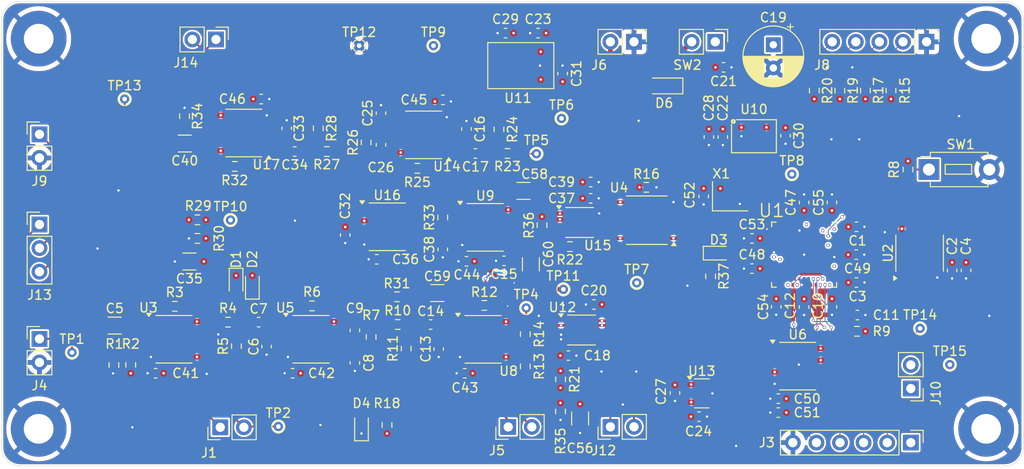
<source format=kicad_pcb>
(kicad_pcb (version 20240108) (generator "pcbnew") (generator_version "8.0")
  (layers (0 "F.Cu" signal) (1 "In1.Cu" signal "Gnd.Cu") (2 "In2.Cu" signal "Pwr.Cu") (31 "B.Cu" signal) (34 "B.Paste" user) (35 "F.Paste" user) (36 "B.SilkS" user "B.Silkscreen") (37 "F.SilkS" user "F.Silkscreen") (38 "B.Mask" user) (39 "F.Mask" user) (44 "Edge.Cuts" user))
  (net 0 "")
  (net 1 "GND")
  (net 2 "+3V3")
  (net 3 "+1V2")
  (net 4 "/IN")
  (net 5 "Net-(U3A-+)")
  (net 6 "Net-(U5A-+)")
  (net 7 "Net-(U5A--)")
  (net 8 "Net-(C7-Pad1)")
  (net 9 "Net-(U5B-+)")
  (net 10 "Net-(C9-Pad1)")
  (net 11 "Net-(U5B--)")
  (net 12 "/CRESET_B")
  (net 13 "Net-(U8A-+)")
  (net 14 "Net-(U8A--)")
  (net 15 "Net-(C14-Pad1)")
  (net 16 "Net-(U9A-+)")
  (net 17 "Net-(C17-Pad1)")
  (net 18 "+5V")
  (net 19 "Vs")
  (net 20 "Net-(U14A-+)")
  (net 21 "Net-(C26-Pad1)")
  (net 22 "Net-(U14A--)")
  (net 23 "Net-(U14B-+)")
  (net 24 "Net-(U14B--)")
  (net 25 "Net-(C34-Pad1)")
  (net 26 "Net-(U16-Trim{slash}NR)")
  (net 27 "Vref")
  (net 28 "/OUT")
  (net 29 "Net-(D1-A)")
  (net 30 "Net-(D4-A)")
  (net 31 "/CDONE")
  (net 32 "/+9V")
  (net 33 "Net-(D6-K)")
  (net 34 "/DAC.SCK")
  (net 35 "/DAC.DIN")
  (net 36 "/DAC.SYN")
  (net 37 "/FLASH.CEN")
  (net 38 "VFLASH")
  (net 39 "/FLASH.SDI")
  (net 40 "/FLASH.SCK")
  (net 41 "/FLASH.SDO")
  (net 42 "/RAM.CEN")
  (net 43 "/RAM.SDI")
  (net 44 "/RAM.SDO")
  (net 45 "/RAM.SCK")
  (net 46 "/DTIME.2")
  (net 47 "/DTIME.1")
  (net 48 "/DTIME.3")
  (net 49 "/DTIME.0")
  (net 50 "/ADC.SDO")
  (net 51 "/ADC.CNV")
  (net 52 "/ADC.SCK")
  (net 53 "Net-(U3A--)")
  (net 54 "Net-(U8B--)")
  (net 55 "/VADC")
  (net 56 "/VDAC")
  (net 57 "Net-(U16-Vout)")
  (net 58 "Net-(U17A--)")
  (net 59 "Aref")
  (net 60 "/SYN_3V3")
  (net 61 "/DIN_3V3")
  (net 62 "/SCK_3V3")
  (net 63 "/XCLK")
  (net 75 "/NRESET")
  (net 76 "Net-(J12-Pin_2)")
  (net 77 "Net-(J5-Pin_1)")
  (net 78 "Net-(J5-Pin_2)")
  (net 79 "Net-(J12-Pin_1)")
  (net 80 "Net-(J13-Pin_2)")
  (net 81 "Net-(J13-Pin_1)")
  (net 82 "Net-(J13-Pin_3)")
  (net 83 "Net-(U17A-+)")
  (net 84 "Net-(J14-Pin_2)")
  (net 86 "+2V5")
  (net 135 "Net-(J1-Pin_1)")
  (net 136 "Net-(U9B--)")
  (net 137 "Net-(C59-Pad1)")
  (net 138 "Net-(U9B-+)")
  (net 139 "Net-(D3-K)")
  (net 140 "/ICELED")
  (footprint "TestPoint:TestPoint_THTPad_D1.0mm_Drill0.5mm" (layer "F.Cu") (at 119.564214 98.439214)
    (property "Reference" "TP10")
    (property "Value" "Vref" (hide yes))
  )
  (footprint "Resistor_SMD:R_0603_1608Metric_Pad0.98x0.95mm_HandSolder" (layer "F.Cu") (at 155.0875 119.0375 -90)
    (property "Reference" "R35")
    (property "Value" "40k" (hide yes))
  )
  (footprint "Capacitor_SMD:C_0603_1608Metric_Pad1.08x0.95mm_HandSolder" (layer "F.Cu") (at 170.5 95.9 -90)
    (property "Reference" "C52")
    (property "Value" "0.1u" (hide yes))
  )
  (footprint "Capacitor_SMD:C_0603_1608Metric_Pad1.08x0.95mm_HandSolder" (layer "F.Cu") (at 111.501714 114.929214 180)
    (property "Reference" "C41")
    (property "Value" "0.1u" (hide yes))
  )
  (footprint "Capacitor_SMD:C_0603_1608Metric_Pad1.08x0.95mm_HandSolder" (layer "F.Cu") (at 135.764214 86.931714 90)
    (property "Reference" "C25")
    (property "Value" "2n" (hide yes))
  )
  (footprint "Resistor_SMD:R_0603_1608Metric_Pad0.98x0.95mm_HandSolder" (layer "F.Cu") (at 120.201714 112.016714 90)
    (property "Reference" "R5")
    (property "Value" "9.76k" (hide yes))
  )
  (footprint "PCM_SL_Mechanical:MountingHole_3.2mm_Pad" (layer "F.Cu") (at 98.914214 78.914214)
    (property "Reference" "H1" (hide yes))
    (property "Value" "MountingHole_M3_3.2mm_Pad" (hide yes))
  )
  (footprint "Resistor_SMD:R_0603_1608Metric_Pad0.98x0.95mm_HandSolder" (layer "F.Cu") (at 137.4875 106.7)
    (property "Reference" "R31")
    (property "Value" "20k" (hide yes))
  )
  (footprint "TestPoint:TestPoint_THTPad_D1.0mm_Drill0.5mm" (layer "F.Cu") (at 155.2 87.5)
    (property "Reference" "TP6")
    (property "Value" "+5V" (hide yes))
  )
  (footprint "TestPoint:TestPoint_THTPad_D1.0mm_Drill0.5mm" (layer "F.Cu") (at 155.4 105.9)
    (property "Reference" "TP11")
    (property "Value" "Aref" (hide yes))
  )
  (footprint "Capacitor_SMD:C_0603_1608Metric_Pad1.08x0.95mm_HandSolder" (layer "F.Cu") (at 171.064214 89.501714 -90)
    (property "Reference" "C28")
    (property "Value" "10u" (hide yes))
  )
  (footprint "LED_SMD:LED_0603_1608Metric_Pad1.05x0.95mm_HandSolder" (layer "F.Cu") (at 120.164214 105.289214 -90)
    (property "Reference" "D1")
    (property "Value" "Vf = 2.25V" (hide yes))
  )
  (footprint "Capacitor_SMD:C_0603_1608Metric_Pad1.08x0.95mm_HandSolder" (layer "F.Cu") (at 167.414214 117.051714 -90)
    (property "Reference" "C27")
    (property "Value" "1u" (hide yes))
  )
  (footprint "Connector_PinHeader_2.54mm:PinHeader_1x02_P2.54mm_Vertical" (layer "F.Cu") (at 99 89.21)
    (property "Reference" "J9")
    (property "Value" "Audio Out")
  )
  (footprint "TestPoint:TestPoint_THTPad_D1.0mm_Drill0.5mm" (layer "F.Cu") (at 197 114)
    (property "Reference" "TP15")
    (property "Value" "VFLASH" (hide yes))
  )
  (footprint "Package_SO:SOIC-8_3.9x4.9mm_P1.27mm" (layer "F.Cu") (at 146.989214 99.224214)
    (property "Reference" "U9")
    (property "Value" "RC4580" (hide yes))
  )
  (footprint "Resistor_SMD:R_0603_1608Metric_Pad0.98x0.95mm_HandSolder" (layer "F.Cu") (at 171.25 104.5 -90)
    (property "Reference" "R37")
    (property "Value" "1k" (hide yes))
  )
  (footprint "Package_SO:VSSOP-8_3x3mm_P0.65mm" (layer "F.Cu") (at 157.139214 98.704214)
    (property "Reference" "U15")
    (property "Value" "DAC8551IADGKR" (hide yes))
  )
  (footprint "LED_SMD:LED_0603_1608Metric_Pad1.05x0.95mm_HandSolder" (layer "F.Cu") (at 172.125 102)
    (property "Reference" "D3")
    (property "Value" "LED" (hide yes))
  )
  (footprint "Resistor_SMD:R_0603_1608Metric_Pad0.98x0.95mm_HandSolder" (layer "F.Cu") (at 142.414214 98.159214 90)
    (property "Reference" "R33")
    (property "Value" "10k" (hide yes))
  )
  (footprint "Resistor_SMD:R_0603_1608Metric_Pad0.98x0.95mm_HandSolder" (layer "F.Cu") (at 146.889214 107.629214)
    (property "Reference" "R12")
    (property "Value" "20k" (hide yes))
  )
  (footprint "Connector_PinHeader_2.54mm:PinHeader_1x02_P2.54mm_Vertical" (layer "F.Cu") (at 171.75 79.25 -90)
    (property "Reference" "SW2")
    (property "Value" "SW_SPST")
  )
  (footprint "Resistor_SMD:R_0603_1608Metric_Pad0.98x0.95mm_HandSolder" (layer "F.Cu") (at 119.289214 109.429214 180)
    (property "Reference" "R4")
    (property "Value" "5.23k" (hide yes))
  )
  (footprint "Capacitor_SMD:C_0603_1608Metric_Pad1.08x0.95mm_HandSolder" (layer "F.Cu") (at 141.114214 109.684214)
    (property "Reference" "C14")
    (property "Value" "13n" (hide yes))
  )
  (footprint "LED_SMD:LED_0603_1608Metric_Pad1.05x0.95mm_HandSolder" (layer "F.Cu") (at 133.664214 120.539214 90)
    (property "Reference" "D4")
    (property "Value" "LED" (hide yes))
  )
  (footprint "Capacitor_SMD:C_0603_1608Metric_Pad1.08x0.95mm_HandSolder" (layer "F.Cu") (at 135.764214 90.331714 90)
    (property "Reference" "C26")
    (property "Value" "10n" (hide yes))
  )
  (footprint "Resistor_SMD:R_0603_1608Metric_Pad0.98x0.95mm_HandSolder" (layer "F.Cu") (at 192.5 93 -90)
    (property "Reference" "R8")
    (property "Value" "10k" (hide yes))
  )
  (footprint "Connector_PinHeader_2.54mm:PinHeader_1x06_P2.54mm_Vertical" (layer "F.Cu") (at 192.8 122.4 -90)
    (property "Reference" "J3")
    (property "Value" "SPI FLASH")
  )
  (footprint "Resistor_SMD:R_0603_1608Metric_Pad0.98x0.95mm_HandSolder" (layer "F.Cu") (at 155.1 115.5875 -90)
    (property "Reference" "R21")
    (property "Value" "40k" (hide yes))
  )
  (footprint "Resistor_SMD:R_0603_1608Metric_Pad0.98x0.95mm_HandSolder" (layer "F.Cu") (at 149.376714 91.269214)
    (property "Reference" "R23")
    (property "Value" "5.23k" (hide yes))
  )
  (footprint "Button_Switch_THT:SW_PUSH_1P1T_6x3.5mm_H4.3_APEM_MJTP1243" (layer "F.Cu") (at 194.75 93)
    (property "Reference" "SW1")
    (property "Value" "RESET")
  )
  (footprint "Capacitor_SMD:C_0603_1608Metric_Pad1.08x0.95mm_HandSolder" (layer "F.Cu") (at 144.964214 102.879214 180)
    (property "Reference" "C44")
    (property "Value" "0.1u" (hide yes))
  )
  (footprint "Resistor_SMD:R_0603_1608Metric_Pad0.98x0.95mm_HandSolder" (layer "F.Cu") (at 187.914214 84.501714 90)
    (property "Reference" "R17")
    (property "Value" "10k" (hide yes))
  )
  (footprint "Capacitor_SMD:C_0603_1608Metric_Pad1.08x0.95mm_HandSolder" (layer "F.Cu") (at 178.314214 107.776714 -90)
    (property "Reference" "C54")
    (property "Value" "0.1u" (hide yes))
  )
  (footprint "Capacitor_SMD:C_0603_1608Metric_Pad1.08x0.95mm_HandSolder" (layer "F.Cu") (at 131.914214 100.051714 -90)
    (property "Reference" "C32")
    (property "Value" "1u" (hide yes))
  )
  (footprint "Capacitor_SMD:C_0603_1608Metric_Pad1.08x0.95mm_HandSolder" (layer "F.Cu") (at 149.014214 102.829214 180)
    (property "Reference" "C15")
    (property "Value" "10n" (hide yes))
  )
  (footprint "Package_SO:SOIC-8_3.9x4.9mm_P1.27mm" (layer "F.Cu") (at 180.625 114.165)
    (property "Reference" "U6")
    (property "Value" "W25X20CLSN" (hide yes))
  )
  (footprint "Resistor_SMD:R_0603_1608Metric_Pad0.98x0.95mm_HandSolder" (layer "F.Cu") (at 164.3375 94.914214)
    (property "Reference" "R16")
    (property "Value" "10k" (hide yes))
  )
  (footprint "Resistor_SMD:R_0603_1608Metric_Pad0.98x0.95mm_HandSolder" (layer "F.Cu") (at 107.014214 114.036714 -90)
    (property "Reference" "R1")
    (property "Value" "1M" (hide yes))
  )
  (footprint "Resistor_SMD:R_0603_1608Metric_Pad0.98x0.95mm_HandSolder" (layer "F.Cu") (at 114.614214 87.264214 90)
    (property "Reference" "R34")
    (property "Value" "1M" (hide yes))
  )
  (footprint "Resistor_SMD:R_0603_1608Metric_Pad0.98x0.95mm_HandSolder" (layer "F.Cu") (at 116.001714 100.414214 180)
    (property "Reference" "R30")
    (property "Value" "40k" (hide yes))
  )
  (footprint "Capacitor_SMD:C_0603_1608Metric_Pad1.08x0.95mm_HandSolder" (layer "F.Cu") (at 155.939214 113.029214)
    (property "Reference" "C18")
    (property "Value" "1u" (hide yes))
  )
  (footprint "Capacitor_SMD:C_0603_1608Metric_Pad1.08x0.95mm_HandSolder" (layer "F.Cu") (at 170 119.6)
    (property "Reference" "C24")
    (property "Value" "1u" (hide yes))
  )
  (footprint "TestPoint:TestPoint_THTPad_D1.0mm_Drill0.5mm" (layer "F.Cu") (at 108.164214 85.414214)
    (property "Reference" "TP13")
    (property "Value" "OUT" (hide yes))
  )
  (footprint "Capacitor_SMD:C_0603_1608Metric_Pad1.08x0.95mm_HandSolder" (layer "F.Cu") (at 184.314214 107.776714 -90)
    (property "Reference" "C10")
    (property "Value" "0.1u" (hide yes))
  )
  (footprint "Capacitor_SMD:C_0603_1608Metric_Pad1.08x0.95mm_HandSolder" (layer "F.Cu") (at 123.451714 112.066714 -90)
    (property "Reference" "C6")
    (property "Value" "160p" (hide yes))
  )
  (footprint "PCM_Package_TO_SOT_SMD_AKL:SOT-89-3_Handsoldering" (layer "F.Cu") (at 150.814214 81.814214 180)
    (property "Reference" "U11")
    (property "Value" "TPL810F50-89TR" (hide yes))
  )
  (footprint "Resistor_SMD:R_0603_1608Metric_Pad0.98x0.95mm_HandSolder" (layer "F.Cu") (at 156.1 101.3 180)
    (property "Reference" "R22")
    (property "Value" "100" (hide yes))
  )
  (footprint "Package_SO:VSSOP-10_3x3mm_P0.5mm" (layer "F.Cu") (at 157.351714 110.279214)
    (property "Reference" "U12")
    (property "Value" "ADS8339IDGSR" (hide yes))
  )
  (footprint "LED_SMD:LED_0603_1608Metric_Pad1.05x0.95mm_HandSolder" (layer "F.Cu") (at 121.914214 105.289214 90)
    (property "Reference" "D2")
    (property "Value" "Vf = 2.25V" (hide yes))
  )
  (footprint "Resistor_SMD:R_0603_1608Metric_Pad0.98x0.95mm_HandSolder" (layer "F.Cu") (at 153.1 98.9875 -90)
    (property "Reference" "R36")
    (property "Value" "1M" (hide yes))
  )
  (footprint "Capacitor_SMD:C_0603_1608Metric_Pad1.08x0.95mm_HandSolder" (layer "F.Cu") (at 149.176714 78.314214 180)
    (property "Reference" "C29")
    (property "Value" "10u" (hide yes))
  )
  (footprint "Capacitor_SMD:C_0603_1608Metric_Pad1.08x0.95mm_HandSolder" (layer "F.Cu") (at 198.75 103.8625 -90)
    (property "Reference" "C4")
    (property "Value" "1u" (hide yes))
  )
  (footprint "Capacitor_SMD:C_0603_1608Metric_Pad1.08x0.95mm_HandSolder" (layer "F.Cu") (at 158.3375 94.35)
    (property "Reference" "C39")
    (property "Value" "10u" (hide yes))
  )
  (footprint "Package_SO:SOIC-8_3.9x4.9mm_P1.27mm" (layer "F.Cu") (at 140.364214 89.269214 180)
    (property "Reference" "U14")
    (property "Value" "RC4580" (hide yes))
  )
  (footprint "Resistor_SMD:R_0603_1608Metric_Pad0.98x0.95mm_HandSolder" (layer "F.Cu") (at 120.026714 92.664214)
    (property "Reference" "R32")
    (property "Value" "20k" (hide yes))
  )
  (footprint "Capacitor_SMD:C_0603_1608Metric_Pad1.08x0.95mm_HandSolder" (layer "F.Cu") (at 145.926714 91.269214 180)
    (property "Reference" "C17")
    (property "Value" "8.2n" (hide yes))
  )
  (footprint "TestPoint:TestPoint_THTPad_D1.0mm_Drill0.5mm" (layer "F.Cu") (at 133.414214 79.664214)
    (property "Reference" "TP12")
    (property "Value" "GND" (hide yes))
  )
  (footprint "PCM_Package_TO_SOT_SMD_AKL:SOT-23-5_HandSoldering" (layer "F.Cu") (at 175.914214 89.414214)
    (property "Reference" "U10")
    (property "Value" "TPL810ADJ-5TR" (hide yes))
  )
  (footprint "Connector_PinHeader_2.54mm:PinHeader_1x02_P2.54mm_Vertical" (layer "F.Cu") (at 99 111.23)
    (property "Reference" "J4")
    (property "Value" "Audio In")
  )
  (footprint "Capacitor_SMD:C_1206_3216Metric_Pad1.33x1.80mm_HandSolder" (layer "F.Cu") (at 114.6375 90.2 180)
    (property "Reference" "C40")
    (property "Value" "0.1u" (hide yes))
  )
  (footprint "Capacitor_SMD:C_0603_1608Metric_Pad1.08x0.95mm_HandSolder" (layer "F.Cu") (at 181.314214 107.801714 -90)
    (property "Reference" "C12")
    (property "Value" "0.1u" (hide yes))
  )
  (footprint "Capacitor_SMD:C_0603_1608Metric_Pad1.08x0.95mm_HandSolder" (layer "F.Cu") (at 125.614214 88.564214 90)
    (property "Reference" "C33")
    (property "Value" "9.1n" (hide yes))
  )
  (footprint "Package_SO:SOIC-8_3.9x4.9mm_P1.27mm" (layer "F.Cu") (at 120.989214 89.069214 180)
    (property "Reference" "U17")
    (property "Value" "RC4580" (hide yes))
  )
  (footprint "TestPoint:TestPoint_THTPad_D1.0mm_Drill0.5mm" (layer "F.Cu") (at 141.414214 79.664214)
    (property "Reference" "TP9")
    (property "Value" "Vs" (hide yes))
  )
  (footprint "Connector_PinHeader_2.54mm:PinHeader_1x02_P2.54mm_Vertical" (layer "F.Cu") (at 118 79 -90)
    (property "Reference" "J14")
    (property "Value" "OUT Gain")
  )
  (footprint "Resistor_SMD:R_0603_1608Metric_Pad0.98x0.95mm_HandSolder" (layer "F.Cu") (at 116.001714 98.414214)
    (property "Reference" "R29")
    (property "Value" "40k" (hide yes))
  )
  (footprint "Package_QFP:LATTICE_ICE40LP1K-QN84" (layer "F.Cu") (at 181.314214 102.164214)
    (property "Reference" "U1")
    (property "Value" "ICE40LP1K-QN84" (hide yes))
  )
  (footprint "PCM_SL_Mechanical:MountingHole_3.2mm_Pad" (layer "F.Cu") (at 200.914214 120.914214)
    (property "Reference" "H3" (hide yes))
    (property "Value" "MountingHole_M3_3.2mm_Pad" (hide yes))
  )
  (footprint "Package_SO:SOIC-8_3.9x4.9mm_P1.27mm" (layer "F.Cu") (at 136.439214 99.164214)
    (property "Reference" "U16")
    (property "Value" "REF5045AD" (hide yes))
  )
  (footprint "Capacitor_SMD:C_0603_1608Metric_Pad1.08x0.95mm_HandSolder" (layer "F.Cu") (at 141.976714 112.321714 -90)
    (property "Reference" "C13")
    (property "Value" "9.1n" (hide yes))
  )
  (footprint "Connector_PinHeader_2.54mm:PinHeader_1x03_P2.54mm_Vertical" (layer "F.Cu") (at 99 98.92)
    (property "Reference" "J13")
    (property "Value" "Mix")
  )
  (footprint "Connector_PinHeader_2.54mm:PinHeader_1x02_P2.54mm_Vertical" (layer "F.Cu") (at 192.8 116.575 180)
    (property "Reference" "J10")
    (property "Value" "VFLASH")
  )
  (footprint "Diode_SMD:D_SOD-323_HandSoldering" (layer "F.Cu") (at 166.25 84 180)
    (property "Reference" "D6")
    (property "Value" "Schottky" (hide yes))
  )
  (footprint "Capacitor_SMD:C_0603_1608Metric_Pad1.08x0.95mm_HandSolder" (layer "F.Cu") (at 132.951714 113.816714 -90)
    (property "Reference" "C8")
    (property "Value" "2n" (hide yes))
  )
  (footprint "Resistor_SMD:R_0603_1608Metric_Pad0.98x0.95mm_HandSolder" (layer "F.Cu") (at 136.414214 120.501714 90)
    (property "Reference" "R18")
    (property "Value" "3.6k" (hide yes))
  )
  (footprint "Resistor_SMD:R_0603_1608Metric_Pad0.98x0.95mm_HandSolder" (layer "F.Cu") (at 137.564214 109.684214 180)
    (property "Reference" "R10")
    (property "Value" "845" (hide yes))
  )
  (footprint "Capacitor_SMD:C_0603_1608Metric_Pad1.08x0.95mm_HandSolder" (layer "F.Cu") (at 172.564214 89.501714 -90)
    (property "Reference" "C22")
    (property "Value" "0.1u" (hide yes))
  )
  (footprint "Capacitor_SMD:C_0603_1608Metric_Pad1.08x0.95mm_HandSolder" (layer "F.Cu") (at 158.3375 96.1)
    (property "Reference" "C37")
    (property "Value" "0.1u" (hide yes))
  )
  (footprint "Resistor_SMD:R_0603_1608Metric_Pad0.98x0.95mm_HandSolder" (layer "F.Cu") (at 182.414214 84.501714 90)
    (property "Reference" "R20")
    (property "Value" "10k" (hide yes))
  )
  (footprint "Capacitor_SMD:C_0603_1608Metric_Pad1.08x0.95mm_HandSolder" (layer "F.Cu") (at 144.964214 88.631714 90)
    (property "Reference" "C16")
    (property "Value" "160p" (hide yes))
  )
  (footprint "Capacitor_THT:CP_Radial_D6.3mm_P2.50mm" (layer "F.Cu") (at 178 79.567621 -90)
    (property "Reference" "C19")
    (property "Value" "100u" (hide yes))
  )
  (footprint "Resistor_SMD:R_0603_1608Metric_Pad0.98x0.95mm_HandSolder" (layer "F.Cu") (at 108.826714 114.024214 90)
    (property "Reference" "R2")
    (property "Value" "1M" (hide yes))
  )
  (footprint "Capacitor_SMD:C_0603_1608Metric_Pad1.08x0.95mm_HandSolder" (layer "F.Cu") (at 126.251714 114.929214 180)
    (property "Reference" "C42")
    (property "Value" "0.1u" (hide yes))
  )
  (footprint "Capacitor_SMD:C_0603_1608Metric_Pad1.08x0.95mm_HandSolder" (layer "F.Cu") (at 187.051714 108.664214)
    (property "Reference" "C11")
    (property "Value" "1u" (hide yes))
  )
  (footprint "Capacitor_SMD:C_0603_1608Metric_Pad1.08x0.95mm_HandSolder" (layer "F.Cu") (at 142.426714 85.5)
    (property "Reference" "C45")
    (property "Value" "0.1u" (hide yes))
  )
  (footprint "Capacitor_SMD:C_0603_1608Metric_Pad1.08x0.95mm_HandSolder" (layer "F.Cu") (at 186.951714 105.164214)
    (property "Reference" "C3")
    (property "Value" "0.1u" (hide yes))
  )
  (footprint "Package_SO:SOIC-8_3.9x4.9mm_P1.27mm" (layer "F.Cu") (at 146.751714 111.279214)
    (property "Reference" "U8")
    (property "Value" "RC4580" (hide yes))
  )
  (footprint "Capacitor_SMD:C_0603_1608Metric_Pad1.08x0.95mm_HandSolder" (layer "F.Cu") (at 122.589214 109.429214)
    (property "Reference" "C7")
    (property "Value" "8.2n" (hide yes))
  )
  (footprint "Capacitor_SMD:C_0603_1608Metric_Pad1.08x0.95mm_HandSolder" (layer "F.Cu") (at 155.314214 82.676714 90)
    (property "Reference" "C31")
    (property "Value" "10u" (hide yes))
  )
  (footprint "Capacitor_SMD:C_0603_1608Metric_Pad1.08x0.95mm_HandSolder" (layer "F.Cu") (at 142.414214 101.596714 -90)
    (property "Reference" "C38")
    (property "Value" "1u" (hide yes))
  )
  (footprint "Capacitor_SMD:C_1206_3216Metric_Pad1.33x1.80mm_HandSolder" (layer "F.Cu") (at 157.2 119.8 -90)
    (property "Reference" "C56")
    (property "Value" "47u" (hide yes))
  )
  (footprint "TestPoint:TestPoint_THTPad_D1.0mm_Drill0.5mm" (layer "F.Cu") (at 152.5 91.3)
    (property "Reference" "TP5")
    (property "Value" "SIG DAC" (hide yes))
  )
  (footprint "Resistor_SMD:R_0603_1608Metric_Pad0.98x0.95mm_HandSolder" (layer "F.Cu") (at 129.014214 88.564214 -90)
    (property "Reference" "R28")
    (property "Value" "1.82k" (hide yes))
  )
  (footprint "Resistor_SMD:R_0603_1608Metric_Pad0.98x0.95mm_HandSolder" (layer "F.Cu") (at 129.926714 91.064214)
    (property "Reference" "R27")
    (property "Value" "845" (hide yes))
  )
  (footprint "Resistor_SMD:R_0603_1608Metric_Pad0.98x0.95mm_HandSolder" (layer "F.Cu") (at 185.164214 84.501714 90)
    (property "Reference" "R19")
    (property "Value" "10k" (hide yes))
  )
  (footprint "Resistor_SMD:R_0603_1608Metric_Pad0.98x0.95mm_HandSolder" (layer "F.Cu") (at 139.676714 92.869214)
    (property "Reference" "R25")
    (property "Value" "1.47k" (hide yes))
  )
  (footprint "Resistor_SMD:R_0603_1608Metric_Pad0.98x0.95mm_HandSolder" (layer "F.Cu") (at 113.564214 107.724214 180)
    (property "Reference" "R3")
    (property "Value" "10k" (hide yes))
  )
  (footprint "Capacitor_SMD:C_0603_1608Metric_Pad1.08x0.95mm_HandSolder" (layer "F.Cu") (at 122.876714 85.414214)
    (property "Reference" "C46")
    (property "Value" "0.1u" (hide yes))
  )
  (footprint "Capacitor_SMD:C_1206_3216Metric_Pad1.33x1.80mm_HandSolder" (layer "F.Cu") (at 151.1 95.3 180)
    (property "Reference" "C58")
    (property "Value" "0.47u" (hide yes))
  )
  (footprint "Capacitor_SMD:C_1206_3216Metric_Pad1.33x1.80mm_HandSolder" (layer "F.Cu") (at 141.8375 106.3 180)
    (property "Reference" "C59")
    (property "Value" "0.47u" (hide yes))
  )
  (footprint "Resistor_SMD:R_0603_1608Metric_Pad0.98x0.95mm_HandSolder" (layer "F.Cu") (at 187.001714 110.414214)
    (property "Reference" "R9")
    (property "Value" "100" (hide yes))
  )
  (footprint "Resistor_SMD:R_0603_1608Metric_Pad0.98x0.95mm_HandSolder" (layer "F.Cu") (at 134.164214 90.081714 -90)
    (property "Reference" "R26")
    (property "Value" "3.32k" (hide yes))
  )
  (footprint "Package_SO:SOP-8_3.9x4.9mm_P1.27mm" (layer "F.Cu") (at 193.75 102 90)
    (property "Reference" "U2")
    (property "Value" "APS1604M-3SQR" (hide yes))
  )
  (footprint "PCM_SL_Mechanical:MountingHole_3.2mm_Pad" (layer "F.Cu") (at 98.914214 120.914214)
    (property "Reference" "H2" (hide yes))
    (property "Value" "MountingHole_M3_3.2mm_Pad" (hide yes))
  )
  (footprint "Capacitor_SMD:C_1206_3216Metric_Pad1.33x1.80mm_HandSolder" (layer "F.Cu") (at 115.1375 102.9 180)
    (property "Reference" "C35")
    (property "Value" "47u" (hide yes))
  )
  (footprint "Capacitor_SMD:C_0603_1608Metric_Pad1.08x0.95mm_HandSolder" (layer "F.Cu") (at 178.5375 119.165 180)
    (property "Reference" "C51")
    (property "Value" "1u" (hide yes))
  )
  (footprint "Connector_PinHeader_2.54mm:PinHeader_1x05_P2.54mm_Vertical" (layer "F.Cu") (at 194.5 79.25 -90)
    (property "Reference" "J8")
    (property "Value" "Time")
  )
  (footprint "Package_TO_SOT_SMD:SOT-23-3" (layer "F.Cu") (at 170.3 117.1)
    (property "Reference" "U13")
    (property "Value" "TLV76033DBZR" (hide yes))
  )
  (footprint "Connector_PinHeader_2.54mm:PinHeader_1x02_P2.54mm_Vertical" (layer "F.Cu") (at 118.46 120.75 90)
    (property "Reference" "J1")
    (property "Value" "IN Gain")
  )
  (footprint "Package_SO:SOIC-8_3.9x4.9mm_P1.27mm" (layer "F.Cu") (at 128.226714 111.274214)
    (property "Reference" "U5")
    (property "Value" "RC4580" (hide yes))
  )
  (footprint "TestPoint:TestPoint_THTPad_D1.0mm_Drill0.5mm" (layer "F.Cu") (at 180 93.5)
    (property "Reference" "TP8")
    (property "Value" "+1V2" (hide yes))
  )
  (footprint "Resistor_SMD:R_0603_1608Metric_Pad0.98x0.95mm_HandSolder" (layer "F.Cu") (at 190.664214 84.501714 90)
    (property "Reference" "R15")
    (property "Value" "10k" (hide yes))
  )
  (footprint "Capacitor_SMD:C_0603_1608Metric_Pad1.08x0.95mm_HandSolder" (layer "F.Cu") (at 135.301714 102.664214 180)
    (property "Reference" "C36")
    (property "Value" "1u" (hide yes))
  )
  (footprint "Capacitor_SMD:C_0603_1608Metric_Pad1.08x0.95mm_HandSolder" (layer "F.Cu") (at 186.926714 102.164214)
    (property "Reference" "C49")
    (property "Value" "0.1u" (hide yes))
  )
  (footprint "Capacitor_SMD:C_0603_1608Metric_Pad1.08x0.95mm_HandSolder" (layer "F.Cu") (at 175.701714 100.414214 180)
    (property "Reference" "C53")
    (property "Value" "0.1u" (hide yes))
  )
  (footprint "Capacitor_SMD:C_0603_1608Metric_Pad1.08x0.95mm_HandSolder" (layer "F.Cu") (at 132.951714 110.316714 -90)
    (property "Reference" "C9")
    (property "Value" "10n" (hide yes))
  )
  (footprint "TestPoint:TestPoint_THTPad_D1.0mm_Drill0.5mm" (layer "F.Cu") (at 193.8 110.1)
    (property "Reference" "TP14")
    (property "Value" "CDONE" (hide yes))
  )
  (footprint "Resistor_SMD:R_0603_1608Metric_Pad0.98x0.95mm_HandSolder" (layer "F.Cu") (at 138.476714 112.271714 90)
    (property "Reference" "R11")
    (property "Value" "1.82k" (hide yes))
  )
  (footprint "Capacitor_SMD:C_0603_1608Metric_Pad1.08x0.95mm_HandSolder" (layer "F.Cu") (at 197.25 103.8625 -90)
    (property "Reference" "C2")
    (property "Value" "0.1u" (hide yes))
  )
  (footprint "TestPoint:TestPoint_THTPad_D1.0mm_Drill0.5mm" (layer "F.Cu") (at 151.4 107.9)
    (property "Reference" "TP4")
    (property "Value" "SIG ADC" (hide yes))
  )
  (footprint "Capacitor_SMD:C_0603_1608Metric_Pad1.08x0.95mm_HandSolder" (layer "F.Cu") (at 158.689214 107.529214 180)
    (property "Reference" "C20")
    (property "Value" "1u" (hide yes))
  )
  (footprint "Capacitor_SMD:C_0603_1608Metric_Pad1.08x0.95mm_HandSolder" (layer "F.Cu") (at 152.676714 78.314214 180)
    (property "Reference" "C23")
    (property "Value" "0.1u" (hide yes))
  )
  (footprint "Connector_PinHeader_2.54mm:PinHeader_1x02_P2.54mm_Vertical" (layer "F.Cu") (at 160.46 120.7 90)
    (property "Reference" "J12")
    (property "Value" "LP")
  )
  (footprint "Capacitor_SMD:C_0603_1608Metric_Pad1.08x0.95mm_HandSolder" (layer "F.Cu") (at 126.476714 91.064214 180)
    (property "Reference" "C34")
    (property "Value" "13n" (hide yes))
  )
  (footprint "Capacitor_SMD:C_0603_1608Metric_Pad1.08x0.95mm_HandSolder" (layer "F.Cu") (at 179.314214 89.364214 -90)
    (property "Reference" "C30")
    (property "Value" "10u" (hide yes))
  )
  (footprint "TestPoint:TestPoint_THTPad_D1.0mm_Drill0.5mm" (layer "F.Cu") (at 163.3 105.2)
    (property "Reference" "TP7")
    (property "Value" "+3V3" (hide yes))
  )
  (footprint "PCM_SL_Mechanical:MountingHole_3.2mm_Pad" (layer "F.Cu") (at 200.914214 78.914214)
    (property "Reference" "H4" (hide yes))
    (property "Value" "MountingHole_M3_3.2mm_Pad" (hide yes))
  )
  (footprint "TestPoint:TestPoint_THTPad_D1.0mm_Drill0.5mm" (layer "F.Cu") (at 124.714214 120.664214)
    (property "Reference" "TP2")
    (property "Value" "SIG BUF" (hide yes))
  )
  (footprint "Capacitor_SMD:C_0603_1608Metric_Pad1.08x0.95mm_HandSolder" (layer "F.Cu") (at 178.5375 117.665 180)
    (property "Reference" "C50")
    (property "Value" "0.1u" (hide yes))
  )
  (footprint "Package_SO:SOIC-8_3.9x4.9mm_P1.27mm" (layer "F.Cu") (at 113.476714 111.274214)
    (property "Reference" "U3")
    (property "Value" "RC4580" (hide yes))
  )
  (footprint "Capacitor_SMD:C_0603_1608Metric_Pad1.08x0.95mm_HandSolder" (layer "F.Cu") (at 175.701714 103.664214 180)
    (property "Reference" "C48")
    (property "Value" "0.1u" (hide yes))
  )
  (footprint "Capacitor_SMD:C_0603_1608Metric_Pad1.08x0.95mm_HandSolder" (layer "F.Cu") (at 144.776714 114.934214 180)
    (property "Reference" "C43")
    (property "Value" "0.1u" (hide yes))
  )
  (footprint "Capacitor_SMD:C_1206_3216Metric_Pad1.33x1.80mm_HandSolder" (layer "F.Cu") (at 107.1 109.8)
    (property "Reference" "C5")
    (property "Value" "0.1u" (hide yes))
  )
  (footprint "Resistor_SMD:R_0603_1608Metric_Pad0.98x0.95mm_HandSolder" (layer "F.Cu") (at 128.339214 107.679214 180)
    (property "Reference" "R6")
    (property "Value" "1.47k" (hide yes))
  )
  (footprint "Capacitor_SMD:C_0603_1608Metric_Pad1.08x0.95mm_HandSolder" (layer "F.Cu") (at 186.951714 99.164214)
    (property "Reference" "C1")
    (property "Value" "0.1u" (hide yes))
  )
  (footprint "Capacitor_SMD:C_0603_1608Metric_Pad1.08x0.95mm_HandSolder" (layer "F.Cu") (at 172.6375 82)
    (property "Reference" "C21")
    (property "Value" "10n" (hide yes))
  )
  (footprint "Capacitor_SMD:C_0603_1608Metric_Pad1.08x0.95mm_HandSolder" (layer "F.Cu") (at 184.314214 96.551714 90)
    (property "Reference" "C55")
    (property "Value" "0.1u" (hide yes))
  )
  (footprint "Resistor_SMD:R_0603_1608Metric_Pad0.98x0.95mm_HandSolder" (layer "F.Cu") (at 148.464214 88.681714 -90)
    (property "Reference" "R24")
    (property "Value" "9.76k" (hide yes))
  )
  (footprint "Resistor_SMD:R_0603_1608Metric_Pad0.98x0.95mm_HandSolder" (layer "F.Cu") (at 151.301714 110.716714 -90)
    (property "Reference" "R14")
    (property "Value" "20k" (hide yes))
  )
  (footprint "Connector_PinHeader_2.54mm:PinHeader_1x02_P2.54mm_Vertical" (layer "F.Cu") (at 149.46 120.71 90)
    (property "Reference" "J5")
    (property "Value" "FDBK")
  )
  (footprint "Package_SO:TSSOP-14_4.4x5mm_P0.65mm" (layer "F.Cu") (at 164.389214 98.454214 180)
    (property "Reference" "U4")
    (property "Value" "NXB0104" (hide yes))
  )
  (footprint "Connector_PinHeader_2.54mm:PinHeader_1x02_P2.54mm_Vertical" (layer "F.Cu") (at 163 79.25 -90)
    (property "Reference" "J6")
    (property "Value" "+9V")
  )
  (footprint "Resistor_SMD:R_0603_1608Metric_Pad0.98x0.95mm_HandSolder" (layer "F.Cu") (at 134.701714 111.016714 90)
    (property "Reference" "R7")
    (property "Value" "3.32k" (hide yes))
  )
  (footprint "Capacitor_SMD:C_0603_1608Metric_Pad1.08x0.95mm_HandSolder" (layer "F.Cu") (at 181.314214 96.551714 90)
    (property "Reference" "C47")
    (property "Value" "0.1u" (hide yes))
  )
  (footprint "Capacitor_SMD:C_1206_3216Metric_Pad1.33x1.80mm_HandSolder" (layer "F.Cu") (at 151.9 103.2 90)
    (property "Reference" "C60")
    (property "Value" "0.1u" (hide yes))
  )
  (footprint "TestPoint:TestPoint_THTPad_D1.0mm_Drill0.5mm" (layer "F.Cu") (at 102.5 112.7)
    (property "Reference" "TP1")
    (property "Value" "IN" (hide yes))
  )
  (footprint "Resistor_SMD:R_0603_1608Metric_Pad0.98x0.95mm_HandSolder" (layer "F.Cu") (at 151.3 114.1875 -90)
    (property "Reference" "R13")
    (property "Value" "20k" (hide yes))
  )
  (footprint "Oscillator:Oscillator_SMD_Abracon_ASE-4Pin_3.2x2.5mm" (layer "F.Cu") (at 173.35 95.875)
    (property "Reference" "X1")
    (property "Value" "KXO-V96T" (hide yes))
  )
  (gr_line (start 96.914214 74.914214) (end 202.914214 74.914214) (stroke (width 0.05)) (layer "Edge.Cuts"))
  (gr_arc (start 94.914214 76.914214) (mid 95.5 75.5) (end 96.914214 74.914214) (stroke (width 0.05)) (layer "Edge.Cuts"))
  (gr_arc (start 202.914214 74.914214) (mid 204.328428 75.5) (end 204.914214 76.914214) (stroke (width 0.05)) (layer "Edge.Cuts"))
  (gr_line (start 204.914214 76.914214) (end 204.914214 122.914214) (stroke (width 0.05)) (layer "Edge.Cuts"))
  (gr_line (start 94.914214 122.914214) (end 94.914214 76.914214) (stroke (width 0.05)) (layer "Edge.Cuts"))
  (gr_line (start 202.914214 124.914214) (end 96.914214 124.914214) (stroke (width 0.05)) (layer "Edge.Cuts"))
  (gr_arc (start 96.914214 124.914214) (mid 95.5 124.328428) (end 94.914214 122.914214) (stroke (width 0.05)) (layer "Edge.Cuts"))
  (gr_arc (start 204.914214 122.914214) (mid 204.328428 124.328428) (end 202.914214 124.914214) (stroke (width 0.05)) (layer "Edge.Cuts"))
  (via (at 181.314214 102.164214) (size 0.35) (drill 0.25) (layers "F.Cu" "B.Cu") (net 1))
  (via (at 174.839214 103.664214) (size 0.35) (drill 0.25) (layers "F.Cu" "B.Cu") (net 1))
  (via (at 114.614214 86.351714) (size 0.35) (drill 0.25) (layers "F.Cu" "B.Cu") (net 1))
  (via (at 187.914214 108.664214) (size 0.35) (drill 0.25) (layers "F.Cu" "B.Cu") (net 1))
  (via (at 187.25 89.75) (size 0.35) (drill 0.25) (layers "F.Cu" "B.Cu") (net 1))
  (via (at 105.25 101.5) (size 0.35) (drill 0.25) (layers "F.Cu" "B.Cu") (net 1))
  (via (at 107.5 95.25) (size 0.35) (drill 0.25) (layers "F.Cu" "B.Cu") (net 1))
  (via (at 148.314214 78.314214) (size 0.35) (drill 0.25) (layers "F.Cu" "B.Cu") (net 1))
  (via (at 143.289214 85.669214) (size 0.35) (drill 0.25) (layers "F.Cu" "B.Cu") (net 1))
  (via (at 184.25 89.75) (size 0.35) (drill 0.25) (layers "F.Cu" "B.Cu") (net 1))
  (via (at 181.064214 105.414214) (size 0.35) (drill 0.25) (layers "F.Cu" "B.Cu") (net 1))
  (via (at 152.876714 81.814214) (size 0.35) (drill 0.25) (layers "F.Cu" "B.Cu") (net 1))
  (via (at 144.276714 113.184214) (size 0.35) (drill 0.25) (layers "F.Cu" "B.Cu") (net 1))
  (via (at 174.839214 100.414214) (size 0.35) (drill 0.25) (layers "F.Cu" "B.Cu") (net 1))
  (via (at 177.675 117.665) (size 0.35) (drill 0.25) (layers "F.Cu" "B.Cu") (net 1))
  (via (at 111.001714 113.179214) (size 0.35) (drill 0.25) (layers "F.Cu" "B.Cu") (net 1))
  (via (at 174.564214 89.414214) (size 0.35) (drill 0.25) (layers "F.Cu" "B.Cu") (net 1))
  (via (at 186.5 82) (size 0.35) (drill 0.25) (layers "F.Cu" "B.Cu") (net 1))
  (via (at 144.101714 102.879214) (size 0.35) (drill 0.25) (layers "F.Cu" "B.Cu") (net 1))
  (via (at 125.751714 113.179214) (size 0.35) (drill 0.25) (layers "F.Cu" "B.Cu") (net 1))
  (via (at 178.064214 101.914214) (size 0.35) (drill 0.25) (layers "F.Cu" "B.Cu") (net 1))
  (via (at 172.564214 90.364214) (size 0.35) (drill 0.25) (layers "F.Cu" "B.Cu") (net 1))
  (via (at 184.314214 95.689214) (size 0.35) (drill 0.25) (layers "F.Cu" "B.Cu") (net 1))
  (via (at 123.464214 87.164214) (size 0.35) (drill 0.25) (layers "F.Cu" "B.Cu") (net 1))
  (via (at 141.976714 113.184214) (size 0.35) (drill 0.25) (layers "F.Cu" "B.Cu") (net 1))
  (via (at 187.789214 102.164214) (size 0.35) (drill 0.25) (layers "F.Cu" "B.Cu") (net 1))
  (via (at 155.0875 119.95) (size 0.35) (drill 0.25) (layers "F.Cu" "B.Cu") (net 1))
  (via (at 184.564214 102.414214) (size 0.35) (drill 0.25) (layers "F.Cu" "B.Cu") (net 1))
  (via (at 117 115) (size 0.35) (drill 0.25) (layers "F.Cu" "B.Cu") (net 1))
  (via (at 118.25 110.75) (size 0.35) (drill 0.25) (layers "F.Cu" "B.Cu") (net 1))
  (via (at 161.8 118.3) (size 0.35) (drill 0.25) (layers "F.Cu" "B.Cu") (net 1))
  (via (at 151.814214 78.314214) (size 0.35) (drill 0.25) (layers "F.Cu" "B.Cu") (net 1))
  (via (at 181.314214 95.689214) (size 0.35) (drill 0.25) (layers "F.Cu" "B.Cu") (net 1))
  (via (at 152.75 108.75) (size 0.35) (drill 0.25) (layers "F.Cu" "B.Cu") (net 1))
  (via (at 184.314214 108.639214) (size 0.35) (drill 0.25) (layers "F.Cu" "B.Cu") (net 1))
  (via (at 134.439214 102.664214) (size 0.35) (drill 0.25) (layers "F.Cu" "B.Cu") (net 1))
  (via (at 190 99.75) (size 0.35) (drill 0.25) (layers "F.Cu" "B.Cu") (net 1))
  (via (at 197.25 104.725) (size 0.35) (drill 0.25) (layers "F.Cu" "B.Cu") (net 1))
  (via (at 165.414214 94.914214) (size 0.35) (drill 0.25) (layers "F.Cu" "B.Cu") (net 1))
  (via (at 201.25 108.75) (size 0.35) (drill 0.25) (layers "F.Cu" "B.Cu") (net 1))
  (via (at 113.575 102.9) (size 0.35) (drill 0.25) (layers "F.Cu" "B.Cu") (net 1))
  (via (at 125.614214 87.701714) (size 0.35) (drill 0.25) (layers "F.Cu" "B.Cu") (net 1))
  (via (at 123.451714 112.929214) (size 0.35) (drill 0.25) (layers "F.Cu" "B.Cu") (net 1))
  (via (at 171.064214 90.364214) (size 0.35) (drill 0.25) (layers "F.Cu" "B.Cu") (net 1))
  (via (at 110.639214 114.929214) (size 0.35) (drill 0.25) (layers "F.Cu" "B.Cu") (net 1))
  (via (at 149.4 107.7) (size 0.25) (drill 0.15) (layers "F.Cu" "B.Cu") (net 1))
  (via (at 170.5 96.7625) (size 0.35) (drill 0.25) (layers "F.Cu" "B.Cu") (net 1))
  (via (at 135.764214 86.069214) (size 0.35) (drill 0.25) (layers "F.Cu" "B.Cu") (net 1))
  (via (at 173.5 82) (size 0.35) (drill 0.25) (layers "F.Cu" "B.Cu") (net 1))
  (via (at 198 87.25) (size 0.35) (drill 0.25) (layers "F.Cu" "B.Cu") (net 1))
  (via (at 159.5 114.75) (size 0.35) (drill 0.25) (layers "F.Cu" "B.Cu") (net 1))
  (via (at 126.5 98.5) (size 0.35) (drill 0.25) (layers "F.Cu" "B.Cu") (net 1))
  (via (at 167.251714 96.504214) (size 0.35) (drill 0.25) (layers "F.Cu" "B.Cu") (net 1))
  (via (at 131.914214 100.914214) (size 0.35) (drill 0.25) (layers "F.Cu" "B.Cu") (net 1))
  (via (at 180.75 114) (size 0.35) (drill 0.25) (layers "F.Cu" "B.Cu") (net 1))
  (via (at 132.951714 114.679214) (size 0.35) (drill 0.25) (layers "F.Cu" "B.Cu") (net 1))
  (via (at 159.2 94.35) (size 0.35) (drill 0.25) (layers "F.Cu" "B.Cu") (net 1))
  (via (at 150.1 105.2) (size 0.25) (drill 0.15) (layers "F.Cu" "B.Cu") (net 1))
  (via (at 142.839214 87.364214) (size 0.35) (drill 0.25) (layers "F.Cu" "B.Cu") (net 1))
  (via (at 142.414214 102.459214) (size 0.35) (drill 0.25) (layers "F.Cu" "B.Cu") (net 1))
  (via (at 178.15 116.07) (size 0.35) (drill 0.25) (layers "F.Cu" "B.Cu") (net 1))
  (via (at 115.089214 100.414214) (size 0.35) (drill 0.25) (layers "F.Cu" "B.Cu") (net 1))
  (via (at 133.964214 101.069214) (size 0.35) (drill 0.25) (layers "F.Cu" "B.Cu") (net 1))
  (via (at 156.801714 113.029214) (size 0.35) (drill 0.25) (layers "F.Cu" "B.Cu") (net 1))
  (via (at 129.25 120.5) (size 0.35) (drill 0.25) (layers "F.Cu" "B.Cu") (net 1))
  (via (at 177.675 119.165) (size 0.35) (drill 0.25) (layers "F.Cu" "B.Cu") (net 1))
  (via (at 144.514214 101.129214) (size 0.35) (drill 0.25) (layers "F.Cu" "B.Cu") (net 1))
  (via (at 157.826714 107.529214) (size 0.35) (drill 0.25) (layers "F.Cu" "B.Cu") (net 1))
  (via (at 109 120.75) (size 0.35) (drill 0.25) (layers "F.Cu" "B.Cu") (net 1))
  (via (at 155.151714 110.779214) (size 0.35) (drill 0.25) (layers "F.Cu" "B.Cu") (net 1))
  (via (at 123.739214 85.414214) (size 0.35) (drill 0.25) (layers "F.Cu" "B.Cu") (net 1))
  (via (at 155.314214 81.814214) (size 0.35) (drill 0.25) (layers "F.Cu" "B.Cu") (net 1))
  (via (at 163.5 87.75) (size 0.35) (drill 0.25) (layers "F.Cu" "B.Cu") (net 1))
  (via (at 168.75 105.5) (size 0.35) (drill 0.25) (layers "F.Cu" "B.Cu") (net 1))
  (via (at 163.25 114.75) (size 0.35) (drill 0.25) (layers "F.Cu" "B.Cu") (net 1))
  (via (at 183.75 82) (size 0.35) (drill 0.25) (layers "F.Cu" "B.Cu") (net 1))
  (via (at 187.814214 105.164214) (size 0.35) (drill 0.25) (layers "F.Cu" "B.Cu") (net 1))
  (via (at 106.926714 114.949214) (size 0.35) (drill 0.25) (layers "F.Cu" "B.Cu") (net 1))
  (via (at 167.414214 117.914214) (size 0.35) (drill 0.25) (layers "F.Cu" "B.Cu") (net 1))
  (via (at 181.314214 108.664214) (size 0.35) (drill 0.25) (layers "F.Cu" "B.Cu") (net 1))
  (via (at 198.75 104.725) (size 0.35) (drill 0.25) (layers "F.Cu" "B.Cu") (net 1))
  (via (at 171.4375 117.1) (size 0.35) (drill 0.25) (layers "F.Cu" "B.Cu") (net 1))
  (via (at 125.389214 114.929214) (size 0.35) (drill 0.25) (layers "F.Cu" "B.Cu") (net 1))
  (via (at 143.914214 114.934214) (size 0.35) (drill 0.25) (layers "F.Cu" "B.Cu") (net 1))
  (via (at 157.2 121.3625) (size 0.35) (drill 0.25) (layers "F.Cu" "B.Cu") (net 1))
  (via (at 133.664214 121.414214) (size 0.35) (drill 0.25) (layers "F.Cu" "B.Cu") (net 1))
  (via (at 155.4 107.6) (size 0.35) (drill 0.25) (layers "F.Cu" "B.Cu") (net 1))
  (via (at 170.8625 119.6) (size 0.35) (drill 0.25) (layers "F.Cu" "B.Cu") (net 1))
  (via (at 159.251714 97.729214) (size 0.35) (drill 0.25) (layers "F.Cu" "B.Cu") (net 1))
  (via (at 195.655 104.625) (size 0.35) (drill 0.25) (layers "F.Cu" "B.Cu") (net 1))
  (via (at 159.2 96.1) (size 0.35) (drill 0.25) (layers "F.Cu" "B.Cu") (net 1))
  (via (at 179.314214 90.226714) (size 0.35) (drill 0.25) (layers "F.Cu" "B.Cu") (net 1))
  (via (at 187.814214 99.164214) (size 0.35) (drill 0.25) (layers "F.Cu" "B.Cu") (net 1))
  (via (at 178.314214 108.639214) (size 0.35) (drill 0.25) (layers "F.Cu" "B.Cu") (net 1))
  (via (at 144.964214 87.769214) (size 0.35) (drill 0.25) (layers "F.Cu" "B.Cu") (net 1))
  (via (at 180.814214 99.564214) (size 0.35) (drill 0.25) (layers "F.Cu" "B.Cu") (net 1))
  (via (at 155.151714 111.279214) (size 0.35) (drill 0.25) (layers "F.Cu" "B.Cu") (net 1))
  (via (at 174 122.75) (size 0.35) (drill 0.25) (layers "F.Cu" "B.Cu") (net 1))
  (via (at 148.151714 102.829214) (size 0.35) (drill 0.25) (layers "F.Cu" "B.Cu") (net 1))
  (via (at 174.4 96.7) (size 0.35) (drill 0.25) (layers "F.Cu" "B.Cu") (net 1))
  (via (at 178.714214 102.664214) (size 0.35) (drill 0.25) (layers "F.Cu" "B.Cu") (net 2))
  (via (at 181.314214 106.939214) (size 0.35) (drill 0.25) (layers "F.Cu" "B.Cu") (net 2))
  (via (at 184.064214 105.414214) (size 0.35) (drill 0.25) (layers "F.Cu" "B.Cu") (net 2))
  (via (at 159.551714 109.279214) (size 0.35) (drill 0.25) (layers "F.Cu" "B.Cu") (net 2))
  (via (at 178.15 114.8) (size 0.35) (drill 0.25) (layers "F.Cu" "B.Cu") (net 2))
  (via (at 167.414214 116.189214) (size 0.35) (drill 0.25) (layers "F.Cu" "B.Cu") (net 2))
  (via (at 172.3 95.05) (size 0.35) (drill 0.25) (layers "F.Cu" "B.Cu") (net 2))
  (via (at 169.1625 116.15) (size 0.35) (drill 0.25) (layers "F.Cu" "B.Cu") (net 2))
  (via (at 182.414214 85.414214) (size 0.35) (drill 0.25) (layers "F.Cu" "B.Cu") (net 2))
  (via (at 187.914214 110.414214) (size 0.35) (drill 0.25) (layers "F.Cu" "B.Cu") (net 2))
  (via (at 190.664214 85.414214) (size 0.35) (drill 0.25) (layers "F.Cu" "B.Cu") (net 2))
  (via (at 192.5 92.0875) (size 0.35) (drill 0.25) (layers "F.Cu" "B.Cu") (net 2))
  (via (at 185.164214 85.414214) (size 0.35) (drill 0.25) (layers "F.Cu" "B.Cu") (net 2))
  (via (at 186.064214 102.164214) (size 0.35) (drill 0.25) (layers "F.Cu" "B.Cu") (net 2))
  (via (at 181.564214 98.914214) (size 0.35) (drill 0.25) (layers "F.Cu" "B.Cu") (net 2))
  (via (at 183.914214 101.164214) (size 0.35) (drill 0.25) (layers "F.Cu" "B.Cu") (net 2))
  (via (at 187.914214 85.414214) (size 0.35) (drill 0.25) (layers "F.Cu" "B.Cu") (net 2))
  (via (at 183.1 113.53) (size 0.35) (drill 0.25) (layers "F.Cu" "B.Cu") (net 2))
  (via (at 184.314214 106.914214) (size 0.35) (drill 0.25) (layers "F.Cu" "B.Cu") (net 2))
  (via (at 181.314214 97.414214) (size 0.35) (drill 0.25) (layers "F.Cu" "B.Cu") (net 2))
  (via (at 184.564214 99.414214) (size 0.35) (drill 0.25) (layers "F.Cu" "B.Cu") (net 2))
  (via (at 197.25 103) (size 0.35) (drill 0.25) (layers "F.Cu" "B.Cu") (net 2))
  (via (at 159.551714 107.529214) (size 0.35) (drill 0.25) (layers "F.Cu" "B.Cu") (net 2))
  (via (at 176.564214 103.664214) (size 0.35) (drill 0.25) (layers "F.Cu" "B.Cu") (net 2))
  (via (at 186.089214 99.164214) (size 0.35) (drill 0.25) (layers "F.Cu" "B.Cu") (net 2))
  (via (at 167.251714 100.404214) (size 0.35) (drill 0.25) (layers "F.Cu" "B.Cu") (net 2))
  (via (at 180.564214 105.414214) (size 0.35) (drill 0.25) (layers "F.Cu" "B.Cu") (net 2))
  (via (at 198.75 103) (size 0.35) (drill 0.25) (layers "F.Cu" "B.Cu") (net 2))
  (via (at 159.551714 109.779214) (size 0.35) (drill 0.25) (layers "F.Cu" "B.Cu") (net 2))
  (via (at 191.845 99.375) (size 0.35) (drill 0.25) (layers "F.Cu" "B.Cu") (net 2))
  (via (at 170.5 95.0375) (size 0.35) (drill 0.25) (layers "F.Cu" "B.Cu") (net 2))
  (via (at 177.264214 88.464214) (size 0.35) (drill 0.25) (layers "F.Cu" "B.Cu") (net 3))
  (via (at 179.314214 88.501714) (size 0.35) (drill 0.25) (layers "F.Cu" "B.Cu") (net 3))
  (via (at 184.564214 103.414214) (size 0.35) (drill 0.25) (layers "F.Cu" "B.Cu") (net 3))
  (via (at 186.089214 105.164214) (size 0.35) (drill 0.25) (layers "F.Cu" "B.Cu") (net 3))
  (via (at 178.314214 106.914214) (size 0.35) (drill 0.25) (layers "F.Cu" "B.Cu") (net 3))
  (via (at 179.564214 105.414214) (size 0.35) (drill 0.25) (layers "F.Cu" "B.Cu") (net 3))
  (via (at 183.314214 99.564214) (size 0.35) (drill 0.25) (layers "F.Cu" "B.Cu") (net 3))
  (via (at 184.314214 97.414214) (size 0.35) (drill 0.25) (layers "F.Cu" "B.Cu") (net 3))
  (via (at 178.064214 102.414214) (size 0.35) (drill 0.25) (layers "F.Cu" "B.Cu") (net 3))
  (via (at 176.564214 100.414214) (size 0.35) (drill 0.25) (layers "F.Cu" "B.Cu") (net 3))
  (segment (start 99 111.23) (end 102.5 111.23) (width 0.2) (layer "F.Cu") (net 4))
  (segment (start 105.5375 109.8) (end 105.5375 111.6475) (width 0.2) (layer "F.Cu") (net 4))
  (segment (start 105.5375 111.6475) (end 107.014214 113.124214) (width 0.2) (layer "F.Cu") (net 4))
  (segment (start 102.5 112.7) (end 102.5 111.23) (width 0.2) (layer "F.Cu") (net 4))
  (segment (start 102.5 111.23) (end 104.1075 111.23) (width 0.2) (layer "F.Cu") (net 4))
  (segment (start 104.1075 111.23) (end 105.5375 109.8) (width 0.2) (layer "F.Cu") (net 4))
  (segment (start 108.826714 113.111714) (end 110.029214 111.909214) (width 0.2) (layer "F.Cu") (net 5))
  (segment (start 108.6625 109.8) (end 108.6625 110.7) (width 0.2) (layer "F.Cu") (net 5))
  (segment (start 109.871714 111.909214) (end 111.001714 111.909214) (width 0.2) (layer "F.Cu") (net 5))
  (segment (start 110.029214 111.909214) (end 111.001714 111.909214) (width 0.2) (layer "F.Cu") (net 5))
  (segment (start 108.6625 110.7) (end 109.871714 111.909214) (width 0.2) (layer "F.Cu") (net 5))
  (segment (start 124.156714 111.909214) (end 123.451714 111.204214) (width 0.2) (layer "F.Cu") (net 6))
  (segment (start 121.926714 111.204214) (end 120.201714 112.929214) (width 0.2) (layer "F.Cu") (net 6))
  (segment (start 123.451714 111.204214) (end 121.926714 111.204214) (width 0.2) (layer "F.Cu") (net 6))
  (segment (start 125.751714 111.909214) (end 124.156714 111.909214) (width 0.2) (layer "F.Cu") (net 6))
  (segment (start 127.426714 107.694214) (end 125.751714 109.369214) (width 0.2) (layer "F.Cu") (net 7))
  (segment (start 125.691714 109.429214) (end 125.751714 109.369214) (width 0.2) (layer "F.Cu") (net 7))
  (segment (start 125.751714 110.639214) (end 125.751714 109.369214) (width 0.2) (layer "F.Cu") (net 7))
  (segment (start 123.451714 109.429214) (end 125.691714 109.429214) (width 0.2) (layer "F.Cu") (net 7))
  (segment (start 127.426714 107.679214) (end 127.426714 107.694214) (width 0.2) (layer "F.Cu") (net 7))
  (segment (start 120.201714 109.429214) (end 121.726714 109.429214) (width 0.2) (layer "F.Cu") (net 8))
  (segment (start 120.201714 111.104214) (end 120.201714 109.429214) (width 0.2) (layer "F.Cu") (net 8))
  (segment (start 133.976714 111.929214) (end 132.951714 112.954214) (width 0.2) (layer "F.Cu") (net 9))
  (segment (start 132.951714 112.954214) (end 130.926714 112.954214) (width 0.2) (layer "F.Cu") (net 9))
  (segment (start 130.926714 112.954214) (end 130.701714 113.179214) (width 0.2) (layer "F.Cu") (net 9))
  (segment (start 134.701714 111.929214) (end 133.976714 111.929214) (width 0.2) (layer "F.Cu") (net 9))
  (segment (start 134.701714 110.104214) (end 133.601714 110.104214) (width 0.2) (layer "F.Cu") (net 10))
  (segment (start 131.176714 107.679214) (end 129.251714 107.679214) (width 0.2) (layer "F.Cu") (net 10))
  (segment (start 133.601714 110.104214) (end 132.951714 109.454214) (width 0.2) (layer "F.Cu") (net 10))
  (segment (start 132.951714 109.454214) (end 131.176714 107.679214) (width 0.2) (layer "F.Cu") (net 10))
  (segment (start 133.239214 110.891714) (end 135.444214 110.891714) (width 0.2) (layer "F.Cu") (net 11))
  (segment (start 135.444214 110.891714) (end 136.651714 109.684214) (width 0.2) (layer "F.Cu") (net 11))
  (segment (start 131.241714 111.179214) (end 130.701714 110.639214) (width 0.2) (layer "F.Cu") (net 11))
  (segment (start 132.951714 111.179214) (end 131.241714 111.179214) (width 0.2) (layer "F.Cu") (net 11))
  (segment (start 132.951714 111.179214) (end 133.239214 110.891714) (width 0.2) (layer "F.Cu") (net 11))
  (segment (start 130.701714 111.909214) (end 130.701714 110.639214) (width 0.2) (layer "F.Cu") (net 11))
  (segment (start 182.564214 106.390652) (end 184.030276 107.856714) (width 0.09) (layer "F.Cu") (net 12))
  (segment (start 186.189214 108.789214) (end 186.089214 108.889214) (width 0.09) (layer "F.Cu") (net 12))
  (segment (start 182.564214 105.414214) (end 182.564214 106.390652) (width 0.09) (layer "F.Cu") (net 12))
  (segment (start 186.089214 108.889214) (end 186.089214 110.414214) (width 0.09) (layer "F.Cu") (net 12))
  (segment (start 184.030276 107.856714) (end 185.381714 107.856714) (width 0.09) (layer "F.Cu") (net 12))
  (segment (start 185.381714 107.856714) (end 186.189214 108.664214) (width 0.09) (layer "F.Cu") (net 12))
  (segment (start 186.189214 110.314214) (end 186.089214 110.414214) (width 0.2) (layer "F.Cu") (net 12))
  (segment (start 186.189214 108.664214) (end 186.189214 108.789214) (width 0.09) (layer "F.Cu") (net 12))
  (segment (start 140.201714 111.459214) (end 138.476714 113.184214) (width 0.2) (layer "F.Cu") (net 13))
  (segment (start 142.431714 111.914214) (end 141.976714 111.459214) (width 0.2) (layer "F.Cu") (net 13))
  (segment (start 144.276714 111.914214) (end 142.431714 111.914214) (width 0.2) (layer "F.Cu") (net 13))
  (segment (start 141.976714 111.459214) (end 140.201714 111.459214) (width 0.2) (layer "F.Cu") (net 13))
  (segment (start 142.286714 109.374214) (end 141.976714 109.684214) (width 0.2) (layer "F.Cu") (net 14))
  (segment (start 140.275 106.3) (end 140.275 107.9825) (width 0.2) (layer "F.Cu") (net 14))
  (segment (start 144.276714 109.374214) (end 142.286714 109.374214) (width 0.2) (layer "F.Cu") (net 14))
  (segment (start 138.8 106.3) (end 138.4 106.7) (width 0.2) (layer "F.Cu") (net 14))
  (segment (start 138.4 106.7) (end 138.5 106.7) (width 0.2) (layer "F.Cu") (net 14))
  (segment (start 140.275 107.9825) (end 141.976714 109.684214) (width 0.2) (layer "F.Cu") (net 14))
  (segment (start 140.275 106.3) (end 138.8 106.3) (width 0.2) (layer "F.Cu") (net 14))
  (segment (start 144.276714 110.644214) (end 144.276714 109.374214) (width 0.2) (layer "F.Cu") (net 14))
  (segment (start 138.476714 109.684214) (end 140.251714 109.684214) (width 0.2) (layer "F.Cu") (net 15))
  (segment (start 138.476714 111.359214) (end 138.476714 109.684214) (width 0.2) (layer "F.Cu") (net 15))
  (segment (start 144.514214 99.859214) (end 143.201714 99.859214) (width 0.2) (layer "F.Cu") (net 16))
  (segment (start 143.201714 99.859214) (end 142.414214 99.071714) (width 0.2) (layer "F.Cu") (net 16))
  (segment (start 142.414214 99.071714) (end 142.414214 100.734214) (width 0.2) (layer "F.Cu") (net 16))
  (segment (start 148.464214 91.269214) (end 148.464214 89.594214) (width 0.2) (layer "F.Cu") (net 17))
  (segment (start 148.464214 91.269214) (end 146.789214 91.269214) (width 0.2) (layer "F.Cu") (net 17))
  (via (at 155.076714 113.029214) (size 0.35) (drill 0.25) (layers "F.Cu" "B.Cu") (net 18))
  (via (at 163.589214 94.914214) (size 0.35) (drill 0.25) (layers "F.Cu" "B.Cu") (net 18))
  (via (at 155.1 114.675) (size 0.35) (drill 0.25) (layers "F.Cu" "B.Cu") (net 18))
  (via (at 155.026714 98.379214) (size 0.35) (drill 0.25) (layers "F.Cu" "B.Cu") (net 18))
  (via (at 155.314214 83.539214) (size 0.35) (drill 0.25) (layers "F.Cu" "B.Cu") (net 18))
  (via (at 152.964214 83.314214) (size 0.35) (drill 0.25) (layers "F.Cu" "B.Cu") (net 18))
  (via (at 155.026714 97.729214) (size 0.35) (drill 0.25) (layers "F.Cu" "B.Cu") (net 18))
  (via (at 155.151714 109.779214) (size 0.35) (drill 0.25) (layers "F.Cu" "B.Cu") (net 18))
  (via (at 161.526714 96.504214) (size 0.35) (drill 0.25) (layers "F.Cu" "B.Cu") (net 18))
  (via (at 161.526714 100.404214) (size 0.35) (drill 0.25) (layers "F.Cu" "B.Cu") (net 18))
  (via (at 157.475 96.1) (size 0.35) (drill 0.25) (layers "F.Cu" "B.Cu") (net 18))
  (via (at 157.475 94.35) (size 0.35) (drill 0.25) (layers "F.Cu" "B.Cu") (net 18))
  (via (at 169.1625 118.05) (size 0.35) (drill 0.25) (layers "F.Cu" "B.Cu") (net 19))
  (via (at 141.564214 85.669214) (size 0.35) (drill 0.25) (layers "F.Cu" "B.Cu") (net 19))
  (via (at 130.701714 109.369214) (size 0.35) (drill 0.25) (layers "F.Cu" "B.Cu") (net 19))
  (via (at 115.089214 98.414214) (size 0.35) (drill 0.25) (layers "F.Cu" "B.Cu") (net 19))
  (via (at 150.039214 78.314214) (size 0.35) (drill 0.25) (layers "F.Cu" "B.Cu") (net 19))
  (via (at 118.514214 90.974214) (size 0.35) (drill 0.25) (layers "F.Cu" "B.Cu") (net 19))
  (via (at 127.114214 114.929214) (size 0.35) (drill 0.25) (layers "F.Cu" "B.Cu") (net 19))
  (via (at 153.539214 78.314214) (size 0.35) (drill 0.25) (layers "F.Cu" "B.Cu") (net 19))
  (via (at 145.639214 114.934214) (size 0.35) (drill 0.25) (layers "F.Cu" "B.Cu") (net 19))
  (via (at 145.826714 102.879214) (size 0.35) (drill 0.25) (layers "F.Cu" "B.Cu") (net 19))
  (via (at 122.014214 85.414214) (size 0.35) (drill 0.25) (layers "F.Cu" "B.Cu") (net 19))
  (via (at 115.951714 109.369214) (size 0.35) (drill 0.25) (layers "F.Cu" "B.Cu") (net 19))
  (via (at 136.414214 121.414214) (size 0.35) (drill 0.25) (layers "F.Cu" "B.Cu") (net 19))
  (via (at 137.889214 91.174214) (size 0.35) (drill 0.25) (layers "F.Cu" "B.Cu") (net 19))
  (via (at 171.064214 88.639214) (size 0.35) (drill 0.25) (layers "F.Cu" "B.Cu") (net 19))
  (via (at 149.226714 109.374214) (size 0.35) (drill 0.25) (layers "F.Cu" "B.Cu") (net 19))
  (via (at 133.964214 98.529214) (size 0.35) (drill 0.25) (layers "F.Cu" "B.Cu") (net 19))
  (via (at 174.564214 88.464214) (size 0.35) (drill 0.25) (layers "F.Cu" "B.Cu") (net 19))
  (via (at 152.964214 80.314214) (size 0.35) (drill 0.25) (layers "F.Cu" "B.Cu") (net 19))
  (via (at 149.464214 97.319214) (size 0.35) (drill 0.25) (layers "F.Cu" "B.Cu") (net 19))
  (via (at 112.364214 114.929214) (size 0.35) (drill 0.25) (layers "F.Cu" "B.Cu") (net 19))
  (via (at 131.914214 99.189214) (size 0.35) (drill 0.25) (layers "F.Cu" "B.Cu") (net 19))
  (via (at 171.775 82) (size 0.35) (drill 0.25) (layers "F.Cu" "B.Cu") (net 19))
  (via (at 169.1375 119.6) (size 0.35) (drill 0.25) (layers "F.Cu" "B.Cu") (net 19))
  (via (at 172.564214 88.639214) (size 0.35) (drill 0.25) (layers "F.Cu" "B.Cu") (net 19))
  (segment (start 142.839214 88.634214) (end 144.104214 88.634214) (width 0.2) (layer "F.Cu") (net 20))
  (segment (start 144.964214 89.494214) (end 146.739214 89.494214) (width 0.2) (layer "F.Cu") (net 20))
  (segment (start 144.104214 88.634214) (end 144.964214 89.494214) (width 0.2) (layer "F.Cu") (net 20))
  (segment (start 146.739214 89.494214) (end 148.464214 87.769214) (width 0.2) (layer "F.Cu") (net 20))
  (segment (start 137.439214 92.869214) (end 135.764214 91.194214) (width 0.2) (layer "F.Cu") (net 21))
  (segment (start 135.564214 90.994214) (end 135.764214 91.194214) (width 0.2) (layer "F.Cu") (net 21))
  (segment (start 138.764214 92.869214) (end 137.439214 92.869214) (width 0.2) (layer "F.Cu") (net 21))
  (segment (start 134.164214 90.994214) (end 135.564214 90.994214) (width 0.2) (layer "F.Cu") (net 21))
  (segment (start 142.839214 91.174214) (end 142.839214 89.904214) (width 0.2) (layer "F.Cu") (net 22))
  (segment (start 145.064214 91.269214) (end 142.934214 91.269214) (width 0.2) (layer "F.Cu") (net 22))
  (segment (start 141.144214 92.869214) (end 142.839214 91.174214) (width 0.2) (layer "F.Cu") (net 22))
  (segment (start 140.589214 92.869214) (end 141.144214 92.869214) (width 0.2) (layer "F.Cu") (net 22))
  (segment (start 142.934214 91.269214) (end 142.839214 91.174214) (width 0.2) (layer "F.Cu") (net 22))
  (segment (start 134.164214 89.169214) (end 134.389214 89.169214) (width 0.2) (layer "F.Cu") (net 23))
  (segment (start 137.459214 87.794214) (end 137.889214 87.364214) (width 0.2) (layer "F.Cu") (net 23))
  (segment (start 134.389214 89.169214) (end 135.764214 87.794214) (width 0.2) (layer "F.Cu") (net 23))
  (segment (start 135.764214 87.794214) (end 137.459214 87.794214) (width 0.2) (layer "F.Cu") (net 23))
  (segment (start 131.946714 89.956714) (end 130.839214 91.064214) (width 0.2) (layer "F.Cu") (net 24))
  (segment (start 135.764214 89.469214) (end 137.454214 89.469214) (width 0.2) (layer "F.Cu") (net 24))
  (segment (start 135.276714 89.956714) (end 131.946714 89.956714) (width 0.2) (layer "F.Cu") (net 24))
  (segment (start 135.764214 89.469214) (end 135.276714 89.956714) (width 0.2) (layer "F.Cu") (net 24))
  (segment (start 137.454214 89.469214) (end 137.889214 89.904214) (width 0.2) (layer "F.Cu") (net 24))
  (segment (start 137.889214 88.634214) (end 137.889214 89.904214) (width 0.2) (layer "F.Cu") (net 24))
  (segment (start 127.339214 91.064214) (end 129.014214 91.064214) (width 0.2) (layer "F.Cu") (net 25))
  (segment (start 129.014214 89.476714) (end 129.014214 91.064214) (width 0.2) (layer "F.Cu") (net 25))
  (segment (start 138.914214 101.069214) (end 137.759214 101.069214) (width 0.2) (layer "F.Cu") (net 26))
  (segment (start 137.759214 101.069214) (end 136.164214 102.664214) (width 0.2) (layer "F.Cu") (net 26))
  (via (at 153.1 98.075) (size 0.35) (drill 0.25) (layers "F.Cu" "B.Cu") (net 27))
  (via (at 116.914214 98.414214) (size 0.35) (drill 0.25) (layers "F.Cu" "B.Cu") (net 27))
  (via (at 116.7 102.9) (size 0.35) (drill 0.25) (layers "F.Cu" "B.Cu") (net 27))
  (via (at 121.914214 104.414214) (size 0.35) (drill 0.25) (layers "F.Cu" "B.Cu") (net 27))
  (via (at 118.514214 87.164214) (size 0.35) (drill 0.25) (layers "F.Cu" "B.Cu") (net 27))
  (via (at 115.951714 113.179214) (size 0.35) (drill 0.25) (layers "F.Cu" "B.Cu") (net 27))
  (via (at 120.164214 104.414214) (size 0.35) (drill 0.25) (layers "F.Cu" "B.Cu") (net 27))
  (via (at 108.826714 114.936714) (size 0.35) (drill 0.25) (layers "F.Cu" "B.Cu") (net 27))
  (via (at 116.914214 100.414214) (size 0.35) (drill 0.25) (layers "F.Cu" "B.Cu") (net 27))
  (segment (start 108.164214 85.414214) (end 108.164214 90.164214) (width 0.2) (layer "F.Cu") (net 28))
  (segment (start 114.614214 88.176714) (end 114.614214 88.660786) (width 0.2) (layer "F.Cu") (net 28))
  (segment (start 108.164214 90.164214) (end 108.2 90.2) (width 0.2) (layer "F.Cu") (net 28))
  (segment (start 99.124214 89.334214) (end 99.124214 89.124214) (width 0.2) (layer "F.Cu") (net 28))
  (segment (start 114.614214 88.660786) (end 113.075 90.2) (width 0.2) (layer "F.Cu") (net 28))
  (segment (start 113.075 90.2) (end 108.2 90.2) (width 0.2) (layer "F.Cu") (net 28))
  (segment (start 108.2 90.2) (end 99.99 90.2) (width 0.2) (layer "F.Cu") (net 28))
  (segment (start 99.99 90.2) (end 99 89.21) (width 0.2) (layer "F.Cu") (net 28))
  (segment (start 124.714214 120.664214) (end 121.085786 120.664214) (width 0.2) (layer "F.Cu") (net 29))
  (segment (start 119.539214 113.881162) (end 119.539214 119.289214) (width 0.2) (layer "F.Cu") (net 29))
  (segment (start 115.951714 110.639214) (end 116.297266 110.639214) (width 0.2) (layer "F.Cu") (net 29))
  (segment (start 116.297266 110.639214) (end 119.539214 113.881162) (width 0.2) (layer "F.Cu") (net 29))
  (segment (start 117.166714 110.639214) (end 118.376714 109.429214) (width 0.2) (layer "F.Cu") (net 29))
  (segment (start 120.164214 107.641714) (end 118.376714 109.429214) (width 0.2) (layer "F.Cu") (net 29))
  (segment (start 121.914214 106.164214) (end 120.164214 106.164214) (width 0.2) (layer "F.Cu") (net 29))
  (segment (start 120.164214 106.164214) (end 120.164214 107.641714) (width 0.2) (layer "F.Cu") (net 29))
  (segment (start 121.085786 120.664214) (end 121 120.75) (width 0.2) (layer "F.Cu") (net 29))
  (segment (start 119.539214 119.289214) (end 121 120.75) (width 0.2) (layer "F.Cu") (net 29))
  (segment (start 115.951714 110.639214) (end 117.166714 110.639214) (width 0.2) (layer "F.Cu") (net 29))
  (segment (start 136.414214 119.589214) (end 133.739214 119.589214) (width 0.2) (layer "F.Cu") (net 30))
  (segment (start 133.739214 119.589214) (end 133.664214 119.664214) (width 0.2) (layer "F.Cu") (net 30))
  (segment (start 184.144974 109.371714) (end 182.435928 109.371714) (width 0.09) (layer "F.Cu") (net 31))
  (segment (start 185.406714 110.958152) (end 185.582776 111.134214) (width 0.09) (layer "F.Cu") (net 31))
  (segment (start 185.406714 110.633454) (end 184.144974 109.371714) (width 0.09) (layer "F.Cu") (net 31))
  (segment (start 185.406714 110.633454) (end 185.406714 110.958152) (width 0.09) (layer "F.Cu") (net 31))
  (segment (start 192.765786 111.134214) (end 193.8 110.1) (width 0.09) (layer "F.Cu") (net 31))
  (segment (start 182.435928 109.371714) (end 182.314214 109.25) (width 0.09) (layer "F.Cu") (net 31))
  (segment (start 185.582776 111.134214) (end 192.765786 111.134214) (width 0.09) (layer "F.Cu") (net 31))
  (via (at 182.314214 104.764214) (size 0.35) (drill 0.25) (layers "F.Cu" "B.Cu") (net 31))
  (via (at 182.314214 109.25) (size 0.35) (drill 0.25) (layers "F.Cu" "B.Cu") (net 31))
  (segment (start 182.314214 109.25) (end 182.314214 104.764214) (width 0.09) (layer "B.Cu") (net 31))
  (segment (start 163.654366 84) (end 165 84) (width 0.5) (layer "F.Cu") (net 32))
  (segment (start 160.624214 79.299214) (end 160.624214 78.625786) (width 0.5) (layer "F.Cu") (net 32))
  (segment (start 160.46 79.25) (end 160.46 80.805634) (width 0.5) (layer "F.Cu") (net 32))
  (segment (start 160.46 80.805634) (end 163.654366 84) (width 0.5) (layer "F.Cu") (net 32))
  (segment (start 169.124214 79.335786) (end 169.124214 79.299214) (width 0.5) (layer "F.Cu") (net 33))
  (segment (start 167.5 80.96) (end 169.21 79.25) (width 0.5) (layer "F.Cu") (net 33))
  (segment (start 167.5 84) (end 167.5 80.96) (width 0.5) (layer "F.Cu") (net 33))
  (segment (start 159.326714 99.104214) (end 159.251714 99.029214) (width 0.2) (layer "F.Cu") (net 34))
  (segment (start 161.526714 99.104214) (end 159.326714 99.104214) (width 0.2) (layer "F.Cu") (net 34))
  (segment (start 161.451714 98.379214) (end 161.526714 98.454214) (width 0.2) (layer "F.Cu") (net 35))
  (segment (start 159.251714 98.379214) (end 161.451714 98.379214) (width 0.2) (layer "F.Cu") (net 35))
  (segment (start 159.251714 99.679214) (end 161.451714 99.679214) (width 0.2) (layer "F.Cu") (net 36))
  (segment (start 161.451714 99.679214) (end 161.526714 99.754214) (width 0.2) (layer "F.Cu") (net 36))
  (segment (start 180.2 110.21) (end 178.15 112.26) (width 0.09) (layer "F.Cu") (net 37))
  (segment (start 176.8 112.635001) (end 177.175001 112.26) (width 0.09) (layer "F.Cu") (net 37))
  (segment (start 180.24 120) (end 177.283562 120) (width 0.09) (layer "F.Cu") (net 37))
  (segment (start 176.8 119.516438) (end 176.8 112.635001) (width 0.09) (layer "F.Cu") (net 37))
  (segment (start 180.2 109.7) (end 180.2 110.21) (width 0.09) (layer "F.Cu") (net 37))
  (segment (start 177.283562 120) (end 176.8 119.516438) (width 0.09) (layer "F.Cu") (net 37))
  (segment (start 177.175001 112.26) (end 178.15 112.26) (width 0.09) (layer "F.Cu") (net 37))
  (segment (start 182.64 122.4) (end 180.24 120) (width 0.09) (layer "F.Cu") (net 37))
  (via (at 180.2 109.7) (size 0.35) (drill 0.25) (layers "F.Cu" "B.Cu") (net 37))
  (via (at 183.314214 104.764214) (size 0.35) (drill 0.25) (layers "F.Cu" "B.Cu") (net 37))
  (segment (start 180.194214 105.260954) (end 181.070954 104.384214) (width 0.09) (layer "B.Cu") (net 37))
  (segment (start 183.024214 104.384214) (end 183.314214 104.674214) (width 0.09) (layer "B.Cu") (net 37))
  (segment (start 180.2 109.7) (end 180.194214 109.694214) (width 0.09) (layer "B.Cu") (net 37))
  (segment (start 181.070954 104.384214) (end 183.024214 104.384214) (width 0.09) (layer "B.Cu") (net 37))
  (segment (start 183.314214 104.674214) (end 183.314214 104.764214) (width 0.09) (layer "B.Cu") (net 37))
  (segment (start 180.194214 109.694214) (end 180.194214 105.260954) (width 0.09) (layer "B.Cu") (net 37))
  (segment (start 182.754448 112.26) (end 183.1 112.26) (width 0.2) (layer "F.Cu") (net 38))
  (via (at 179.4 119.165) (size 0.35) (drill 0.25) (layers "F.Cu" "B.Cu") (net 38))
  (via (at 183.1 112.26) (size 0.35) (drill 0.25) (layers "F.Cu" "B.Cu") (net 38))
  (via (at 179.4 117.665) (size 0.35) (drill 0.25) (layers "F.Cu" "B.Cu") (net 38))
  (segment (start 183.1 116.07) (end 187.72 120.69) (width 0.09) (layer "F.Cu") (net 39))
  (segment (start 182.75 110) (end 182.75 110.189412) (width 0.09) (layer "F.Cu") (net 39))
  (segment (start 181.88 111.059412) (end 181.88 115.824999) (width 0.09) (layer "F.Cu") (net 39))
  (segment (start 182.125001 116.07) (end 183.1 116.07) (width 0.09) (layer "F.Cu") (net 39))
  (segment (start 187.72 120.69) (end 187.72 122.4) (width 0.09) (layer "F.Cu") (net 39))
  (segment (start 182.75 110.189412) (end 181.88 111.059412) (width 0.09) (layer "F.Cu") (net 39))
  (segment (start 181.88 115.824999) (end 182.125001 116.07) (width 0.09) (layer "F.Cu") (net 39))
  (via (at 182.814214 104.764214) (size 0.35) (drill 0.25) (layers "F.Cu" "B.Cu") (net 39))
  (via (at 182.75 110) (size 0.35) (drill 0.25) (layers "F.Cu" "B.Cu") (net 39))
  (segment (start 182.814214 104.764214) (end 182.694214 104.884214) (width 0.09) (layer "B.Cu") (net 39))
  (segment (start 182.694214 104.884214) (end 182.694214 109.944214) (width 0.09) (layer "B.Cu") (net 39))
  (segment (start 182.814214 104.674214) (end 182.814214 104.764214) (width 0.09) (layer "B.Cu") (net 39))
  (segment (start 182.694214 109.944214) (end 182.75 110) (width 0.09) (layer "B.Cu") (net 39))
  (segment (start 184.074999 114.8) (end 183.1 114.8) (width 0.09) (layer "F.Cu") (net 40))
  (segment (start 184.25 110) (end 184.27 110.02) (width 0.09) (layer "F.Cu") (net 40))
  (segment (start 184.27 110.02) (end 184.27 114.604999) (width 0.09) (layer "F.Cu") (net 40))
  (segment (start 190.26 121.197919) (end 183.862081 114.8) (width 0.09) (layer "F.Cu") (net 40))
  (segment (start 190.26 122.4) (end 190.26 121.197919) (width 0.09) (layer "F.Cu") (net 40))
  (segment (start 184.27 114.604999) (end 184.074999 114.8) (width 0.09) (layer "F.Cu") (net 40))
  (segment (start 183.862081 114.8) (end 183.1 114.8) (width 0.09) (layer "F.Cu") (net 40))
  (via (at 184.25 110) (size 0.35) (drill 0.25) (layers "F.Cu" "B.Cu") (net 40))
  (via (at 183.564214 105.414214) (size 0.35) (drill 0.25) (layers "F.Cu" "B.Cu") (net 40))
  (segment (start 183.564214 109.314214) (end 184.25 110) (width 0.09) (layer "B.Cu") (net 40))
  (segment (start 183.564214 105.414214) (end 183.564214 109.314214) (width 0.09) (layer "B.Cu") (net 40))
  (segment (start 179.07 113.53) (end 178.15 113.53) (width 0.09) (layer "F.Cu") (net 41))
  (segment (start 178.15 113.53) (end 178.944448 113.53) (width 0.2) (layer "F.Cu") (net 41))
  (segment (start 182.59674 109.63) (end 182.1 110.12674) (width 0.09) (layer "F.Cu") (net 41))
  (segment (start 182.1 110.12674) (end 182.1 110.5) (width 0.09) (layer "F.Cu") (net 41))
  (segment (start 178.417772 113.53) (end 178.15 113.53) (width 0.09) (layer "F.Cu") (net 41))
  (segment (start 182.1 110.5) (end 179.07 113.53) (width 0.09) (layer "F.Cu") (net 41))
  (segment (start 185.18 120.292228) (end 178.417772 113.53) (width 0.09) (layer "F.Cu") (net 41))
  (segment (start 185.18 122.4) (end 185.18 120.292228) (width 0.09) (layer "F.Cu") (net 41))
  (segment (start 183.13 109.63) (end 182.59674 109.63) (width 0.09) (layer "F.Cu") (net 41))
  (segment (start 183.5 110) (end 183.13 109.63) (width 0.09) (layer "F.Cu") (net 41))
  (via (at 183.064214 105.414214) (size 0.35) (drill 0.25) (layers "F.Cu" "B.Cu") (net 41))
  (via (at 183.5 110) (size 0.35) (drill 0.25) (layers "F.Cu" "B.Cu") (net 41))
  (segment (start 183.064214 105.414214) (end 183.064214 109.564214) (width 0.09) (layer "B.Cu") (net 41))
  (segment (start 183.064214 109.564214) (end 183.5 110) (width 0.09) (layer "B.Cu") (net 41))
  (segment (start 191.845 104.625) (end 188.634214 101.414214) (width 0.09) (layer "F.Cu") (net 42))
  (segment (start 188.634214 101.414214) (end 184.564214 101.414214) (width 0.09) (layer "F.Cu") (net 42))
  (segment (start 184.65 100.5) (end 184.564214 100.414214) (width 0.09) (layer "F.Cu") (net 43))
  (segment (start 195.354999 100.5) (end 184.65 100.5) (width 0.09) (layer "F.Cu") (net 43))
  (segment (start 195.655 100.199999) (end 195.354999 100.5) (width 0.09) (layer "F.Cu") (net 43))
  (segment (start 195.655 99.375) (end 195.655 100.199999) (width 0.09) (layer "F.Cu") (net 43))
  (segment (start 193.115 103.800001) (end 190.314999 101) (width 0.09) (layer "F.Cu") (net 44))
  (segment (start 193.115 104.625) (end 193.115 103.800001) (width 0.09) (layer "F.Cu") (net 44))
  (segment (start 184.65 101) (end 184.564214 100.914214) (width 0.09) (layer "F.Cu") (net 44))
  (segment (start 190.314999 101) (end 184.65 101) (width 0.09) (layer "F.Cu") (net 44))
  (segment (start 194.385 98.550001) (end 194.139999 98.305) (width 0.09) (layer "F.Cu") (net 45))
  (segment (start 188.3 100) (end 184.65 100) (width 0.09) (layer "F.Cu") (net 45))
  (segment (start 189.995 98.305) (end 188.3 100) (width 0.09) (layer "F.Cu") (net 45))
  (segment (start 194.385 99.375) (end 194.385 98.550001) (width 0.09) (layer "F.Cu") (net 45))
  (segment (start 194.139999 98.305) (end 189.995 98.305) (width 0.09) (layer "F.Cu") (net 45))
  (segment (start 184.65 100) (end 184.564214 99.914214) (width 0.09) (layer "F.Cu") (net 45))
  (segment (start 186 85.503428) (end 186 92.366868) (width 0.09) (layer "F.Cu") (net 46))
  (segment (start 187.914214 80.755786) (end 189.42 79.25) (width 0.09) (layer "F.Cu") (net 46))
  (segment (start 187.914214 83.589214) (end 187.914214 80.755786) (width 0.09) (layer "F.Cu") (net 46))
  (segment (start 186 92.366868) (end 183.064214 95.302654) (width 0.09) (layer "F.Cu") (net 46))
  (segment (start 187.914214 83.589214) (end 186 85.503428) (width 0.09) (layer "F.Cu") (net 46))
  (segment (start 183.064214 95.302654) (end 183.064214 98.914214) (width 0.09) (layer "F.Cu") (net 46))
  (segment (start 185.164214 80.965786) (end 186.88 79.25) (width 0.09) (layer "F.Cu") (net 47))
  (segment (start 185.164214 84.237776) (end 182.564214 86.837776) (width 0.09) (layer "F.Cu") (net 47))
  (segment (start 185.164214 83.589214) (end 185.164214 84.237776) (width 0.09) (layer "F.Cu") (net 47))
  (segment (start 185.164214 83.589214) (end 185.164214 80.965786) (width 0.09) (layer "F.Cu") (net 47))
  (segment (start 182.564214 86.837776) (end 182.564214 98.914214) (width 0.09) (layer "F.Cu") (net 47))
  (segment (start 190.664214 83.589214) (end 190.664214 80.545786) (width 0.09) (layer "F.Cu") (net 48))
  (segment (start 190.664214 83.589214) (end 190.664214 83.840652) (width 0.09) (layer "F.Cu") (net 48))
  (segment (start 188.3 90.47699) (end 183.564214 95.212776) (width 0.09) (layer "F.Cu") (net 48))
  (segment (start 188.3 86.204866) (end 188.3 90.47699) (width 0.09) (layer "F.Cu") (net 48))
  (segment (start 183.564214 95.212776) (end 183.564214 98.914214) (width 0.09) (layer "F.Cu") (net 48))
  (segment (start 190.664214 80.545786) (end 191.96 79.25) (width 0.09) (layer "F.Cu") (net 48))
  (segment (start 190.664214 83.840652) (end 188.3 86.204866) (width 0.09) (layer "F.Cu") (net 48))
  (segment (start 181.694214 84.309214) (end 181.694214 86.509214) (width 0.09) (layer "F.Cu") (net 49))
  (segment (start 182.1 98.878428) (end 182.064214 98.914214) (width 0.2) (layer "F.Cu") (net 49))
  (segment (start 182.414214 83.589214) (end 181.694214 84.309214) (width 0.09) (layer "F.Cu") (net 49))
  (segment (start 182.414214 81.175786) (end 184.34 79.25) (width 0.09) (layer "F.Cu") (net 49))
  (segment (start 181.694214 86.509214) (end 182.064214 86.879214) (width 0.09) (layer "F.Cu") (net 49))
  (segment (start 182.064214 86.879214) (end 182.064214 98.914214) (width 0.09) (layer "F.Cu") (net 49))
  (segment (start 182.414214 83.589214) (end 182.414214 81.175786) (width 0.09) (layer "F.Cu") (net 49))
  (segment (start 172.199214 110.779214) (end 178.064214 104.914214) (width 0.09) (layer "F.Cu") (net 50))
  (segment (start 159.551714 110.779214) (end 172.199214 110.779214) (width 0.09) (layer "F.Cu") (net 50))
  (segment (start 172.220786 111.279214) (end 178.085786 105.414214) (width 0.09) (layer "F.Cu") (net 51))
  (segment (start 178.085786 105.414214) (end 178.564214 105.414214) (width 0.09) (layer "F.Cu") (net 51))
  (segment (start 159.551714 111.279214) (end 172.220786 111.279214) (width 0.09) (layer "F.Cu") (net 51))
  (segment (start 177.925 104.414214) (end 178.064214 104.414214) (width 0.09) (layer "F.Cu") (net 52))
  (segment (start 159.551714 110.279214) (end 172.06 110.279214) (width 0.09) (layer "F.Cu") (net 52))
  (segment (start 172.06 110.279214) (end 177.925 104.414214) (width 0.09) (layer "F.Cu") (net 52))
  (segment (start 111.001714 109.369214) (end 112.646714 107.724214) (width 0.2) (layer "F.Cu") (net 53))
  (segment (start 112.646714 107.724214) (end 112.651714 107.724214) (width 0.2) (layer "F.Cu") (net 53))
  (segment (start 111.001714 110.639214) (end 111.001714 109.369214) (width 0.2) (layer "F.Cu") (net 53))
  (segment (start 151.289214 111.641714) (end 151.301714 111.629214) (width 0.2) (layer "F.Cu") (net 54))
  (segment (start 151.289214 113.229214) (end 151.289214 111.641714) (width 0.2) (layer "F.Cu") (net 54))
  (segment (start 147.801714 107.629214) (end 147.801714 111.464213) (width 0.2) (layer "F.Cu") (net 54))
  (segment (start 147.801714 111.464213) (end 148.251715 111.914214) (width 0.2) (layer "F.Cu") (net 54))
  (segment (start 149.511714 111.629214) (end 149.226714 111.914214) (width 0.2) (layer "F.Cu") (net 54))
  (segment (start 148.251715 111.914214) (end 149.226714 111.914214) (width 0.2) (layer "F.Cu") (net 54))
  (segment (start 151.301714 111.629214) (end 149.511714 111.629214) (width 0.2) (layer "F.Cu") (net 54))
  (segment (start 151.301714 109.804214) (end 150.461714 110.644214) (width 0.2) (layer "F.Cu") (net 55))
  (segment (start 151.776714 110.279214) (end 155.151714 110.279214) (width 0.2) (layer "F.Cu") (net 55))
  (segment (start 150.461714 110.644214) (end 149.226714 110.644214) (width 0.2) (layer "F.Cu") (net 55))
  (segment (start 151.4 109.705928) (end 151.301714 109.804214) (width 0.2) (layer "F.Cu") (net 55))
  (segment (start 151.301714 109.804214) (end 151.776714 110.279214) (width 0.2) (layer "F.Cu") (net 55))
  (segment (start 151.4 107.9) (end 151.4 109.705928) (width 0.2) (layer "F.Cu") (net 55))
  (segment (start 155.1875 101.3) (end 155.1875 99.84) (width 0.2) (layer "F.Cu") (net 56))
  (segment (start 155.1875 99.84) (end 155.026714 99.679214) (width 0.2) (layer "F.Cu") (net 56))
  (segment (start 155.026714 99.029214) (end 155.026714 99.679214) (width 0.2) (layer "F.Cu") (net 56))
  (segment (start 139.861714 99.799214) (end 142.414214 97.246714) (width 0.2) (layer "F.Cu") (net 57))
  (segment (start 138.914214 99.799214) (end 139.861714 99.799214) (width 0.2) (layer "F.Cu") (net 57))
  (segment (start 123.554214 91.064214) (end 123.464214 90.974214) (width 0.2) (layer "F.Cu") (net 58))
  (segment (start 121.774214 92.664214) (end 123.464214 90.974214) (width 0.2) (layer "F.Cu") (net 58))
  (segment (start 125.614214 91.064214) (end 123.554214 91.064214) (width 0.2) (layer "F.Cu") (net 58))
  (segment (start 123.464214 89.704214) (end 123.464214 90.974214) (width 0.2) (layer "F.Cu") (net 58))
  (segment (start 120.939214 92.664214) (end 121.774214 92.664214) (width 0.2) (layer "F.Cu") (net 58))
  (segment (start 147.164214 103.539214) (end 150.175 106.55) (width 0.5) (layer "F.Cu") (net 59))
  (segment (start 144.514214 97.319214) (end 144.514214 98.589214) (width 0.5) (layer "F.Cu") (net 59))
  (segment (start 147.164214 100.656898) (end 147.164214 103.539214) (width 0.5) (layer "F.Cu") (net 59))
  (segment (start 150.175 106.55) (end 153.65 106.55) (width 0.5) (layer "F.Cu") (net 59))
  (segment (start 153.65 106.55) (end 153.85 106.55) (width 0.5) (layer "F.Cu") (net 59))
  (segment (start 153.65 106.55) (end 153.65 107.7775) (width 0.5) (layer "F.Cu") (net 59))
  (segment (start 145.09653 98.589214) (end 147.164214 100.656898) (width 0.5) (layer "F.Cu") (net 59))
  (segment (start 154.5 105.9) (end 155.4 105.9) (width 0.5) (layer "F.Cu") (net 59))
  (segment (start 155.076714 109.204214) (end 155.151714 109.204214) (width 0.5) (layer "F.Cu") (net 59))
  (segment (start 144.514214 98.589214) (end 145.09653 98.589214) (width 0.5) (layer "F.Cu") (net 59))
  (segment (start 153.65 107.7775) (end 155.076714 109.204214) (width 0.5) (layer "F.Cu") (net 59))
  (segment (start 153.85 106.55) (end 154.5 105.9) (width 0.5) (layer "F.Cu") (net 59))
  (segment (start 167.506714 99.499214) (end 168.014178 99.499214) (width 0.09) (layer "F.Cu") (net 60))
  (segment (start 168.014178 99.499214) (end 168.263392 99.25) (width 0.09) (layer "F.Cu") (net 60))
  (segment (start 168.263392 99.25) (end 177.9 99.25) (width 0.09) (layer "F.Cu") (net 60))
  (segment (start 177.9 99.25) (end 178.064214 99.414214) (width 0.09) (layer "F.Cu") (net 60))
  (segment (start 167.251714 99.754214) (end 167.506714 99.499214) (width 0.09) (layer "F.Cu") (net 60))
  (segment (start 167.2975 98.5) (end 178.95 98.5) (width 0.09) (layer "F.Cu") (net 61))
  (segment (start 179.064214 98.614214) (end 179.064214 98.914214) (width 0.09) (layer "F.Cu") (net 61))
  (segment (start 167.251714 98.454214) (end 167.2975 98.5) (width 0.09) (layer "F.Cu") (net 61))
  (segment (start 178.95 98.5) (end 179.064214 98.614214) (width 0.09) (layer "F.Cu") (net 61))
  (segment (start 167.82989 99.104214) (end 168.01989 98.914214) (width 0.09) (layer "F.Cu") (net 62))
  (segment (start 168.01989 98.914214) (end 178.564214 98.914214) (width 0.09) (layer "F.Cu") (net 62))
  (segment (start 167.251714 99.104214) (end 167.82989 99.104214) (width 0.09) (layer "F.Cu") (net 62))
  (segment (start 177.61 95.05) (end 181.064214 98.504214) (width 0.2) (layer "F.Cu") (net 63))
  (segment (start 174.4 95.05) (end 177.61 95.05) (width 0.2) (layer "F.Cu") (net 63))
  (segment (start 181.064214 98.504214) (end 181.064214 98.914214) (width 0.2) (layer "F.Cu") (net 63))
  (segment (start 185.4 98.1) (end 189.5875 93.9125) (width 0.09) (layer "F.Cu") (net 75))
  (segment (start 189.5875 93.9125) (end 192.5 93.9125) (width 0.09) (layer "F.Cu") (net 75))
  (segment (start 193.4125 93) (end 192.5 93.9125) (width 0.2) (layer "F.Cu") (net 75))
  (segment (start 194.75 93) (end 193.4125 93) (width 0.2) (layer "F.Cu") (net 75))
  (via (at 185.4 98.1) (size 0.35) (drill 0.25) (layers "F.Cu" "B.Cu") (net 75))
  (via (at 183.914214 100.164214) (size 0.35) (drill 0.25) (layers "F.Cu" "B.Cu") (net 75))
  (segment (start 183.914214 99.540954) (end 185.355168 98.1) (width 0.09) (layer "B.Cu") (net 75))
  (segment (start 183.914214 100.164214) (end 183.914214 99.540954) (width 0.09) (layer "B.Cu") (net 75))
  (segment (start 185.355168 98.1) (end 185.4 98.1) (width 0.09) (layer "B.Cu") (net 75))
  (segment (start 157.0125 110.850242) (end 157.0125 101.3) (width 0.2) (layer "F.Cu") (net 76))
  (segment (start 163 116.934314) (end 156.964214 110.898528) (width 0.2) (layer "F.Cu") (net 76))
  (segment (start 156.964214 110.898528) (end 157.0125 110.850242) (width 0.2) (layer "F.Cu") (net 76))
  (segment (start 163 120.7) (end 163 116.934314) (width 0.2) (layer "F.Cu") (net 76))
  (segment (start 149.46 119.96) (end 149.46 120.71) (width 0.2) (layer "F.Cu") (net 77))
  (segment (start 149 104.1) (end 149 102.280552) (width 0.2) (layer "F.Cu") (net 77))
  (segment (start 148.239214 100.809372) (end 148.239214 101.519766) (width 0.2) (layer "F.Cu") (net 77))
  (segment (start 152.6625 95.3) (end 150.783286 97.179214) (width 0.2) (layer "F.Cu") (net 77))
  (segment (start 147.014214 104.739214) (end 147.014214 117.514214) (width 0.2) (layer "F.Cu") (net 77))
  (segment (start 148.239214 101.519766) (end 149 102.280552) (width 0.2) (layer "F.Cu") (net 77))
  (segment (start 150.783286 100.579214) (end 148.469372 100.579214) (width 0.2) (layer "F.Cu") (net 77))
  (segment (start 148.469372 100.579214) (end 148.239214 100.809372) (width 0.2) (layer "F.Cu") (net 77))
  (segment (start 150.783286 97.179214) (end 150.783286 100.579214) (width 0.2) (layer "F.Cu") (net 77))
  (segment (start 147.014214 117.514214) (end 149.46 119.96) (width 0.2) (layer "F.Cu") (net 77))
  (via (at 149 104.1) (size 0.35) (drill 0.25) (layers "F.Cu" "B.Cu") (net 77))
  (via (at 147.014214 104.739214) (size 0.35) (drill 0.25) (layers "F.Cu" "B.Cu") (net 77))
  (segment (start 147.653428 104.1) (end 149 104.1) (width 0.2) (layer "B.Cu") (net 77))
  (segment (start 147.014214 104.739214) (end 147.653428 104.1) (width 0.2) (layer "B.Cu") (net 77))
  (segment (start 151.3 115.1) (end 151.3 120.01) (width 0.2) (layer "F.Cu") (net 78))
  (segment (start 151.3 120.01) (end 152 120.71) (width 0.2) (layer "F.Cu") (net 78))
  (segment (start 160.46 114.96) (end 156.564214 111.064214) (width 0.2) (layer "F.Cu") (net 79))
  (segment (start 151.9 104.7625) (end 156.1375 104.7625) (width 0.2) (layer "F.Cu") (net 79))
  (segment (start 160.46 120.7) (end 160.46 114.96) (width 0.2) (layer "F.Cu") (net 79))
  (segment (start 156.1375 104.7625) (end 156.564214 105.189214) (width 0.2) (layer "F.Cu") (net 79))
  (segment (start 151.81 104.7625) (end 149.876714 102.829214) (width 0.2) (layer "F.Cu") (net 79))
  (segment (start 156.564214 111.064214) (end 156.564214 105.189214) (width 0.2) (layer "F.Cu") (net 79))
  (segment (start 151.9 104.7625) (end 151.81 104.7625) (width 0.2) (layer "F.Cu") (net 79))
  (segment (start 117.539215 88.434214) (end 117.089214 87.984213) (width 0.2) (layer "F.Cu") (net 80))
  (segment (start 119.789214 89.164214) (end 119.059214 88.434214) (width 0.2) (layer "F.Cu") (net 80))
  (segment (start 99.935785 100.524215) (end 109.979213 100.524215) (width 0.2) (layer "F.Cu") (net 80))
  (segment (start 118.514214 88.434214) (end 117.539215 88.434214) (width 0.2) (layer "F.Cu") (net 80))
  (segment (start 117.875786 79.124214) (end 117.939214 79.124214) (width 0.2) (layer "F.Cu") (net 80))
  (segment (start 99.124214 101.624214) (end 99.124214 101.335786) (width 0.2) (layer "F.Cu") (net 80))
  (segment (start 117.089214 87.984213) (end 117.089214 79.910786) (width 0.2) (layer "F.Cu") (net 80))
  (segment (start 99.124214 101.335786) (end 99.935785 100.524215) (width 0.2) (layer "F.Cu") (net 80))
  (segment (start 119.789214 91.464214) (end 119.789214 89.164214) (width 0.2) (layer "F.Cu") (net 80))
  (segment (start 118.929214 91.574214) (end 119.679214 91.574214) (width 0.2) (layer "F.Cu") (net 80))
  (segment (start 117.089214 79.910786) (end 117.875786 79.124214) (width 0.2) (layer "F.Cu") (net 80))
  (segment (start 119.059214 88.434214) (end 118.514214 88.434214) (width 0.2) (layer "F.Cu") (net 80))
  (segment (start 109.979213 100.524215) (end 118.929214 91.574214) (width 0.2) (layer "F.Cu") (net 80))
  (segment (start 119.679214 91.574214) (end 119.789214 91.464214) (width 0.2) (layer "F.Cu") (net 80))
  (segment (start 98.835786 99.084214) (end 97.5 100.42) (width 0.2) (layer "F.Cu") (net 81))
  (segment (start 135.114214 105.239214) (end 136.575 106.7) (width 0.2) (layer "F.Cu") (net 81))
  (segment (start 97.5 100.42) (end 97.5 105.564214) (width 0.2) (layer "F.Cu") (net 81))
  (segment (start 119.189214 105.564214) (end 119.514214 105.239214) (width 0.2) (layer "F.Cu") (net 81))
  (segment (start 119.514214 105.239214) (end 135.114214 105.239214) (width 0.2) (layer "F.Cu") (net 81))
  (segment (start 97.5 105.564214) (end 119.189214 105.564214) (width 0.2) (layer "F.Cu") (net 81))
  (segment (start 99.124214 99.084214) (end 98.835786 99.084214) (width 0.2) (layer "F.Cu") (net 81))
  (segment (start 109.304214 102.474214) (end 100.775786 102.474214) (width 0.2) (layer "F.Cu") (net 82))
  (segment (start 99.124214 104.125786) (end 99.124214 104.164214) (width 0.2) (layer "F.Cu") (net 82))
  (segment (start 100.775786 102.474214) (end 99.124214 104.125786) (width 0.2) (layer "F.Cu") (net 82))
  (segment (start 119.114214 92.664214) (end 109.304214 102.474214) (width 0.2) (layer "F.Cu") (net 82))
  (segment (start 125.614214 89.426714) (end 124.621714 88.434214) (width 0.2) (layer "F.Cu") (net 83))
  (segment (start 124.621714 88.434214) (end 123.464214 88.434214) (width 0.2) (layer "F.Cu") (net 83))
  (segment (start 127.601714 87.651714) (end 129.014214 87.651714) (width 0.2) (layer "F.Cu") (net 83))
  (segment (start 125.826714 89.426714) (end 127.601714 87.651714) (width 0.2) (layer "F.Cu") (net 83))
  (segment (start 125.614214 89.426714) (end 125.826714 89.426714) (width 0.2) (layer "F.Cu") (net 83))
  (segment (start 118.004214 89.704214) (end 116.339214 88.039214) (width 0.2) (layer "F.Cu") (net 84))
  (segment (start 115.584214 79.124214) (end 115.399214 79.124214) (width 0.2) (layer "F.Cu") (net 84))
  (segment (start 116.339214 88.039214) (end 116.339214 79.879214) (width 0.2) (layer "F.Cu") (net 84))
  (segment (start 118.018428 90.2) (end 118.514214 89.704214) (width 0.2) (layer "F.Cu") (net 84))
  (segment (start 116.2 90.2) (end 118.018428 90.2) (width 0.2) (layer "F.Cu") (net 84))
  (segment (start 116.339214 79.879214) (end 115.584214 79.124214) (width 0.2) (layer "F.Cu") (net 84))
  (segment (start 118.514214 89.704214) (end 118.004214 89.704214) (width 0.2) (layer "F.Cu") (net 84))
  (segment (start 155.0875 116.5125) (end 155.1 116.5) (width 0.2) (layer "F.Cu") (net 86))
  (via (at 155.0875 118.125) (size 0.35) (drill 0.25) (layers "F.Cu" "B.Cu") (net 86))
  (via (at 157.2 118.2375) (size 0.35) (drill 0.25) (layers "F.Cu" "B.Cu") (net 86))
  (via (at 155.1 116.5) (size 0.35) (drill 0.25) (layers "F.Cu" "B.Cu") (net 86))
  (via (at 149.226714 113.184214) (size 0.35) (drill 0.25) (layers "F.Cu" "B.Cu") (net 86))
  (segment (start 114.476714 107.724214) (end 114.476714 111.9) (width 0.2) (layer "F.Cu") (net 135))
  (segment (start 114.485928 111.909214) (end 114.476714 111.9) (width 0.2) (layer "F.Cu") (net 135))
  (segment (start 114.476714 116.766714) (end 118.374214 120.664214) (width 0.2) (layer "F.Cu") (net 135))
  (segment (start 115.951714 111.909214) (end 114.485928 111.909214) (width 0.2) (layer "F.Cu") (net 135))
  (segment (start 118.374214 120.664214) (end 118.399214 120.664214) (width 0.2) (layer "F.Cu") (net 135))
  (segment (start 114.476714 111.9) (end 114.476714 116.766714) (width 0.2) (layer "F.Cu") (net 135))
  (segment (start 149.523428 99.8) (end 149.464214 99.859214) (width 0.2) (layer "F.Cu") (net 136))
  (segment (start 148.589214 98.589214) (end 149.464214 98.589214) (width 0.2) (layer "F.Cu") (net 136))
  (segment (start 150.32 91.3) (end 150.289214 91.269214) (width 0.2) (layer "F.Cu") (net 136))
  (segment (start 149.5375 94.6175) (end 148.239214 93.319214) (width 0.2) (layer "F.Cu") (net 136))
  (segment (start 149.5375 95.3) (end 149.5375 94.6175) (width 0.2) (layer "F.Cu") (net 136))
  (segment (start 148.239214 93.319214) (end 148.239214 98.239214) (width 0.2) (layer "F.Cu") (net 136))
  (segment (start 148.239214 98.239214) (end 148.589214 98.589214) (width 0.2) (layer "F.Cu") (net 136))
  (segment (start 152.5 91.3) (end 150.32 91.3) (width 0.2) (layer "F.Cu") (net 136))
  (segment (start 150.289214 91.269214) (end 148.239214 93.319214) (width 0.2) (layer "F.Cu") (net 136))
  (segment (start 150.259214 99.859214) (end 149.814214 99.859214) (width 0.2) (layer "F.Cu") (net 136))
  (segment (start 149.464214 99.859214) (end 149.464214 98.589214) (width 0.2) (layer "F.Cu") (net 136))
  (segment (start 144.6475 106.3) (end 145.976714 107.629214) (width 0.2) (layer "F.Cu") (net 137))
  (segment (start 143.4 106.3) (end 144.6475 106.3) (width 0.2) (layer "F.Cu") (net 137))
  (segment (start 145.976714 107.629214) (end 145.976714 107.674214) (width 0.2) (layer "F.Cu") (net 137))
  (segment (start 151.9 101.6375) (end 149.9725 101.6375) (width 0.2) (layer "F.Cu") (net 138))
  (segment (start 149.9725 101.6375) (end 149.464214 101.129214) (width 0.2) (layer "F.Cu") (net 138))
  (segment (start 151.9 101.6375) (end 153.1 100.4375) (width 0.2) (layer "F.Cu") (net 138))
  (segment (start 153.1 100.4375) (end 153.1 99.9) (width 0.2) (layer "F.Cu") (net 138))
  (segment (start 171.25 103.5875) (end 171.25 102) (width 0.2) (layer "F.Cu") (net 139))
  (segment (start 173 102) (end 173.585786 101.414214) (width 0.2) (layer "F.Cu") (net 140))
  (segment (start 173.585786 101.414214) (end 178.064214 101.414214) (width 0.2) (layer "F.Cu") (net 140))
  (zone (net 1) (net_name "GND") (layer "F.Cu") (priority 8) (connect_pads (clearance 0.2)) (min_thickness 0.25) (fill yes (thermal_gap 0.5) (thermal_bridge_width 0.5))
    (polygon (pts (xy 94.75 74.75) (xy 94.75 125.25) (xy 205 125.25) (xy 205 74.75)))
  )
  (zone (net 1) (net_name "GND") (layer "B.Cu") (priority 7) (connect_pads (clearance 0.2)) (min_thickness 0.25) (fill yes (thermal_gap 0.5) (thermal_bridge_width 0.5))
    (polygon (pts (xy 94.75 74.75) (xy 205 74.75) (xy 205 125.25) (xy 94.75 125.25)))
  )
)
</source>
